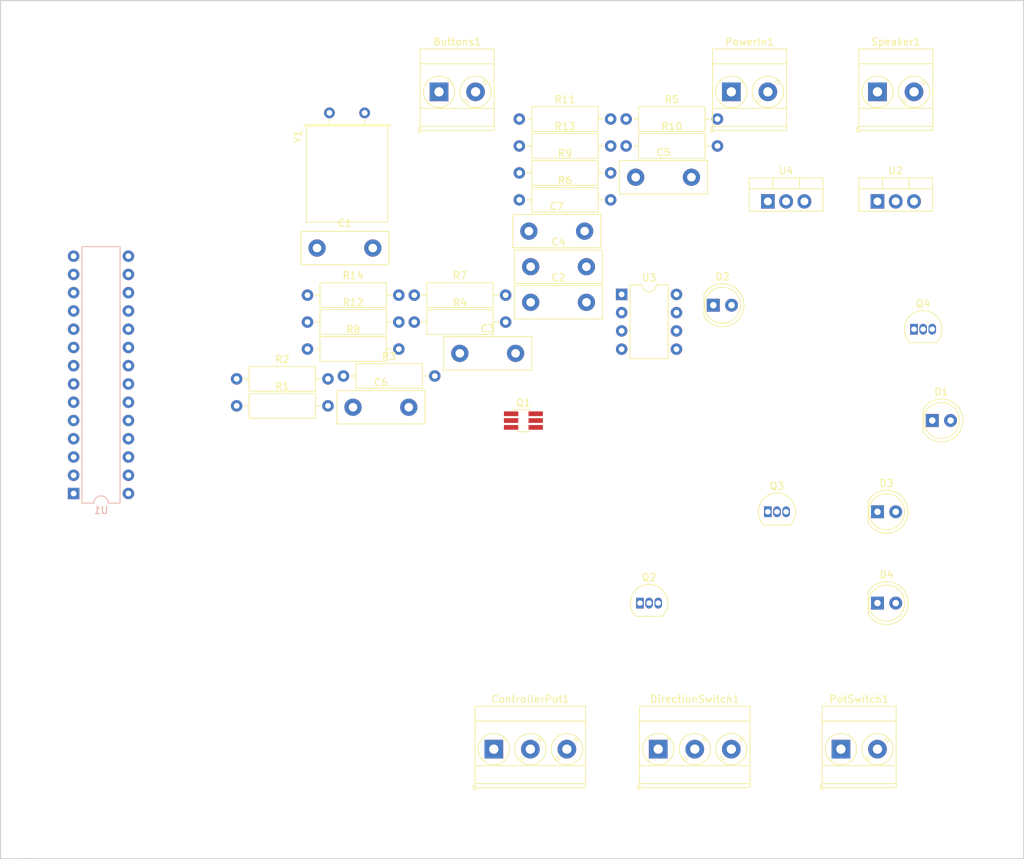
<source format=kicad_pcb>
(kicad_pcb (version 20171130) (host pcbnew 5.0.2+dfsg1-1)

  (general
    (thickness 1.6)
    (drawings 6)
    (tracks 0)
    (zones 0)
    (modules 40)
    (nets 47)
  )

  (page A4)
  (layers
    (0 F.Cu signal)
    (31 B.Cu signal)
    (32 B.Adhes user)
    (33 F.Adhes user)
    (34 B.Paste user)
    (35 F.Paste user)
    (36 B.SilkS user)
    (37 F.SilkS user)
    (38 B.Mask user)
    (39 F.Mask user)
    (40 Dwgs.User user)
    (41 Cmts.User user)
    (42 Eco1.User user)
    (43 Eco2.User user)
    (44 Edge.Cuts user)
    (45 Margin user)
    (46 B.CrtYd user)
    (47 F.CrtYd user)
    (48 B.Fab user)
    (49 F.Fab user)
  )

  (setup
    (last_trace_width 0.25)
    (trace_clearance 0.2)
    (zone_clearance 0.508)
    (zone_45_only no)
    (trace_min 0.2)
    (segment_width 0.2)
    (edge_width 0.15)
    (via_size 0.8)
    (via_drill 0.4)
    (via_min_size 0.4)
    (via_min_drill 0.3)
    (uvia_size 0.3)
    (uvia_drill 0.1)
    (uvias_allowed no)
    (uvia_min_size 0.2)
    (uvia_min_drill 0.1)
    (pcb_text_width 0.3)
    (pcb_text_size 1.5 1.5)
    (mod_edge_width 0.15)
    (mod_text_size 1 1)
    (mod_text_width 0.15)
    (pad_size 1.524 1.524)
    (pad_drill 0.762)
    (pad_to_mask_clearance 0.051)
    (solder_mask_min_width 0.25)
    (aux_axis_origin 0 0)
    (grid_origin 152.4 66.04)
    (visible_elements FFFFFF7F)
    (pcbplotparams
      (layerselection 0x010fc_ffffffff)
      (usegerberextensions false)
      (usegerberattributes false)
      (usegerberadvancedattributes false)
      (creategerberjobfile false)
      (excludeedgelayer true)
      (linewidth 0.100000)
      (plotframeref false)
      (viasonmask false)
      (mode 1)
      (useauxorigin false)
      (hpglpennumber 1)
      (hpglpenspeed 20)
      (hpglpendiameter 15.000000)
      (psnegative false)
      (psa4output false)
      (plotreference true)
      (plotvalue true)
      (plotinvisibletext false)
      (padsonsilk false)
      (subtractmaskfromsilk false)
      (outputformat 1)
      (mirror false)
      (drillshape 1)
      (scaleselection 1)
      (outputdirectory ""))
  )

  (net 0 "")
  (net 1 /Button2)
  (net 2 /Button1)
  (net 3 GND)
  (net 4 "Net-(C1-Pad1)")
  (net 5 "Net-(C2-Pad1)")
  (net 6 "Net-(C3-Pad2)")
  (net 7 /5V)
  (net 8 +15V)
  (net 9 "Net-(C7-Pad1)")
  (net 10 "Net-(C7-Pad2)")
  (net 11 "Net-(ControllerPot1-Pad1)")
  (net 12 "Net-(ControllerPot1-Pad2)")
  (net 13 "Net-(ControllerPot1-Pad3)")
  (net 14 "Net-(D1-Pad2)")
  (net 15 "Net-(D2-Pad2)")
  (net 16 "Net-(D3-Pad2)")
  (net 17 "Net-(D4-Pad2)")
  (net 18 "Net-(DirectionSwitch1-Pad3)")
  (net 19 "Net-(DirectionSwitch1-Pad1)")
  (net 20 "Net-(Q1-Pad1)")
  (net 21 /WinchEnable)
  (net 22 /WinchIn)
  (net 23 /WinchOut)
  (net 24 /Speaker)
  (net 25 "Net-(Q4-Pad3)")
  (net 26 "Net-(R3-Pad2)")
  (net 27 "Net-(R4-Pad2)")
  (net 28 "Net-(R5-Pad2)")
  (net 29 "Net-(R8-Pad2)")
  (net 30 "Net-(R9-Pad2)")
  (net 31 "Net-(R10-Pad2)")
  (net 32 "Net-(R11-Pad2)")
  (net 33 "Net-(R12-Pad2)")
  (net 34 "Net-(U1-Pad1)")
  (net 35 "Net-(U1-Pad15)")
  (net 36 "Net-(U1-Pad2)")
  (net 37 /Select)
  (net 38 "Net-(U1-Pad3)")
  (net 39 /MOSI)
  (net 40 "Net-(U1-Pad18)")
  (net 41 /SCK)
  (net 42 "Net-(U1-Pad20)")
  (net 43 "Net-(U1-Pad21)")
  (net 44 "Net-(U1-Pad27)")
  (net 45 "Net-(U1-Pad14)")
  (net 46 "Net-(U1-Pad28)")

  (net_class Default "This is the default net class."
    (clearance 0.2)
    (trace_width 0.25)
    (via_dia 0.8)
    (via_drill 0.4)
    (uvia_dia 0.3)
    (uvia_drill 0.1)
    (add_net +15V)
    (add_net /5V)
    (add_net /Button1)
    (add_net /Button2)
    (add_net /MOSI)
    (add_net /SCK)
    (add_net /Select)
    (add_net /Speaker)
    (add_net /WinchEnable)
    (add_net /WinchIn)
    (add_net /WinchOut)
    (add_net GND)
    (add_net "Net-(C1-Pad1)")
    (add_net "Net-(C2-Pad1)")
    (add_net "Net-(C3-Pad2)")
    (add_net "Net-(C7-Pad1)")
    (add_net "Net-(C7-Pad2)")
    (add_net "Net-(ControllerPot1-Pad1)")
    (add_net "Net-(ControllerPot1-Pad2)")
    (add_net "Net-(ControllerPot1-Pad3)")
    (add_net "Net-(D1-Pad2)")
    (add_net "Net-(D2-Pad2)")
    (add_net "Net-(D3-Pad2)")
    (add_net "Net-(D4-Pad2)")
    (add_net "Net-(DirectionSwitch1-Pad1)")
    (add_net "Net-(DirectionSwitch1-Pad3)")
    (add_net "Net-(Q1-Pad1)")
    (add_net "Net-(Q4-Pad3)")
    (add_net "Net-(R10-Pad2)")
    (add_net "Net-(R11-Pad2)")
    (add_net "Net-(R12-Pad2)")
    (add_net "Net-(R3-Pad2)")
    (add_net "Net-(R4-Pad2)")
    (add_net "Net-(R5-Pad2)")
    (add_net "Net-(R8-Pad2)")
    (add_net "Net-(R9-Pad2)")
    (add_net "Net-(U1-Pad1)")
    (add_net "Net-(U1-Pad14)")
    (add_net "Net-(U1-Pad15)")
    (add_net "Net-(U1-Pad18)")
    (add_net "Net-(U1-Pad2)")
    (add_net "Net-(U1-Pad20)")
    (add_net "Net-(U1-Pad21)")
    (add_net "Net-(U1-Pad27)")
    (add_net "Net-(U1-Pad28)")
    (add_net "Net-(U1-Pad3)")
  )

  (module TerminalBlock_Phoenix:TerminalBlock_Phoenix_MKDS-3-2-5.08_1x02_P5.08mm_Horizontal (layer F.Cu) (tedit 5B294F11) (tstamp 611CD8C5)
    (at 121.92 33.02)
    (descr "Terminal Block Phoenix MKDS-3-2-5.08, 2 pins, pitch 5.08mm, size 10.2x11.2mm^2, drill diamater 1.3mm, pad diameter 2.6mm, see http://www.farnell.com/datasheets/2138224.pdf, script-generated using https://github.com/pointhi/kicad-footprint-generator/scripts/TerminalBlock_Phoenix")
    (tags "THT Terminal Block Phoenix MKDS-3-2-5.08 pitch 5.08mm size 10.2x11.2mm^2 drill 1.3mm pad 2.6mm")
    (path /6109DC5E)
    (fp_text reference Buttons1 (at 2.54 -6.96) (layer F.SilkS)
      (effects (font (size 1 1) (thickness 0.15)))
    )
    (fp_text value Screw_Terminal_01x02 (at 2.54 6.36) (layer F.Fab)
      (effects (font (size 1 1) (thickness 0.15)))
    )
    (fp_text user %R (at 2.54 3.1) (layer F.Fab)
      (effects (font (size 1 1) (thickness 0.15)))
    )
    (fp_line (start 8.13 -6.4) (end -3.04 -6.4) (layer F.CrtYd) (width 0.05))
    (fp_line (start 8.13 5.8) (end 8.13 -6.4) (layer F.CrtYd) (width 0.05))
    (fp_line (start -3.04 5.8) (end 8.13 5.8) (layer F.CrtYd) (width 0.05))
    (fp_line (start -3.04 -6.4) (end -3.04 5.8) (layer F.CrtYd) (width 0.05))
    (fp_line (start -2.84 5.6) (end -2.34 5.6) (layer F.SilkS) (width 0.12))
    (fp_line (start -2.84 4.86) (end -2.84 5.6) (layer F.SilkS) (width 0.12))
    (fp_line (start 3.822 0.992) (end 3.427 1.388) (layer F.SilkS) (width 0.12))
    (fp_line (start 6.468 -1.654) (end 6.088 -1.274) (layer F.SilkS) (width 0.12))
    (fp_line (start 4.073 1.274) (end 3.693 1.654) (layer F.SilkS) (width 0.12))
    (fp_line (start 6.734 -1.388) (end 6.339 -0.992) (layer F.SilkS) (width 0.12))
    (fp_line (start 6.353 -1.517) (end 3.564 1.273) (layer F.Fab) (width 0.1))
    (fp_line (start 6.597 -1.273) (end 3.808 1.517) (layer F.Fab) (width 0.1))
    (fp_line (start -1.548 1.281) (end -1.654 1.388) (layer F.SilkS) (width 0.12))
    (fp_line (start 1.388 -1.654) (end 1.281 -1.547) (layer F.SilkS) (width 0.12))
    (fp_line (start -1.282 1.547) (end -1.388 1.654) (layer F.SilkS) (width 0.12))
    (fp_line (start 1.654 -1.388) (end 1.547 -1.281) (layer F.SilkS) (width 0.12))
    (fp_line (start 1.273 -1.517) (end -1.517 1.273) (layer F.Fab) (width 0.1))
    (fp_line (start 1.517 -1.273) (end -1.273 1.517) (layer F.Fab) (width 0.1))
    (fp_line (start 7.68 -5.96) (end 7.68 5.36) (layer F.SilkS) (width 0.12))
    (fp_line (start -2.6 -5.96) (end -2.6 5.36) (layer F.SilkS) (width 0.12))
    (fp_line (start -2.6 5.36) (end 7.68 5.36) (layer F.SilkS) (width 0.12))
    (fp_line (start -2.6 -5.96) (end 7.68 -5.96) (layer F.SilkS) (width 0.12))
    (fp_line (start -2.6 -3.9) (end 7.68 -3.9) (layer F.SilkS) (width 0.12))
    (fp_line (start -2.54 -3.9) (end 7.62 -3.9) (layer F.Fab) (width 0.1))
    (fp_line (start -2.6 2.3) (end 7.68 2.3) (layer F.SilkS) (width 0.12))
    (fp_line (start -2.54 2.3) (end 7.62 2.3) (layer F.Fab) (width 0.1))
    (fp_line (start -2.6 4.8) (end 7.68 4.8) (layer F.SilkS) (width 0.12))
    (fp_line (start -2.54 4.8) (end 7.62 4.8) (layer F.Fab) (width 0.1))
    (fp_line (start -2.54 4.8) (end -2.54 -5.9) (layer F.Fab) (width 0.1))
    (fp_line (start -2.04 5.3) (end -2.54 4.8) (layer F.Fab) (width 0.1))
    (fp_line (start 7.62 5.3) (end -2.04 5.3) (layer F.Fab) (width 0.1))
    (fp_line (start 7.62 -5.9) (end 7.62 5.3) (layer F.Fab) (width 0.1))
    (fp_line (start -2.54 -5.9) (end 7.62 -5.9) (layer F.Fab) (width 0.1))
    (fp_circle (center 5.08 0) (end 7.26 0) (layer F.SilkS) (width 0.12))
    (fp_circle (center 5.08 0) (end 7.08 0) (layer F.Fab) (width 0.1))
    (fp_circle (center 0 0) (end 2.18 0) (layer F.SilkS) (width 0.12))
    (fp_circle (center 0 0) (end 2 0) (layer F.Fab) (width 0.1))
    (pad 2 thru_hole circle (at 5.08 0) (size 2.6 2.6) (drill 1.3) (layers *.Cu *.Mask)
      (net 2 /Button1))
    (pad 1 thru_hole rect (at 0 0) (size 2.6 2.6) (drill 1.3) (layers *.Cu *.Mask)
      (net 1 /Button2))
    (model ${KISYS3DMOD}/TerminalBlock_Phoenix.3dshapes/TerminalBlock_Phoenix_MKDS-3-2-5.08_1x02_P5.08mm_Horizontal.wrl
      (at (xyz 0 0 0))
      (scale (xyz 1 1 1))
      (rotate (xyz 0 0 0))
    )
  )

  (module Capacitor_THT:C_Disc_D12.0mm_W4.4mm_P7.75mm (layer F.Cu) (tedit 5AE50EF0) (tstamp 611CD7F2)
    (at 104.965001 54.750001)
    (descr "C, Disc series, Radial, pin pitch=7.75mm, , diameter*width=12*4.4mm^2, Capacitor")
    (tags "C Disc series Radial pin pitch 7.75mm  diameter 12mm width 4.4mm Capacitor")
    (path /610B1BD5)
    (fp_text reference C1 (at 3.875 -3.45) (layer F.SilkS)
      (effects (font (size 1 1) (thickness 0.15)))
    )
    (fp_text value C_Small (at 3.875 3.45) (layer F.Fab)
      (effects (font (size 1 1) (thickness 0.15)))
    )
    (fp_line (start -2.125 -2.2) (end -2.125 2.2) (layer F.Fab) (width 0.1))
    (fp_line (start -2.125 2.2) (end 9.875 2.2) (layer F.Fab) (width 0.1))
    (fp_line (start 9.875 2.2) (end 9.875 -2.2) (layer F.Fab) (width 0.1))
    (fp_line (start 9.875 -2.2) (end -2.125 -2.2) (layer F.Fab) (width 0.1))
    (fp_line (start -2.245 -2.321) (end 9.995 -2.321) (layer F.SilkS) (width 0.12))
    (fp_line (start -2.245 2.321) (end 9.995 2.321) (layer F.SilkS) (width 0.12))
    (fp_line (start -2.245 -2.321) (end -2.245 2.321) (layer F.SilkS) (width 0.12))
    (fp_line (start 9.995 -2.321) (end 9.995 2.321) (layer F.SilkS) (width 0.12))
    (fp_line (start -2.38 -2.45) (end -2.38 2.45) (layer F.CrtYd) (width 0.05))
    (fp_line (start -2.38 2.45) (end 10.13 2.45) (layer F.CrtYd) (width 0.05))
    (fp_line (start 10.13 2.45) (end 10.13 -2.45) (layer F.CrtYd) (width 0.05))
    (fp_line (start 10.13 -2.45) (end -2.38 -2.45) (layer F.CrtYd) (width 0.05))
    (fp_text user %R (at 3.875 0) (layer F.Fab)
      (effects (font (size 1 1) (thickness 0.15)))
    )
    (pad 1 thru_hole circle (at 0 0) (size 2.4 2.4) (drill 1.2) (layers *.Cu *.Mask)
      (net 4 "Net-(C1-Pad1)"))
    (pad 2 thru_hole circle (at 7.75 0) (size 2.4 2.4) (drill 1.2) (layers *.Cu *.Mask)
      (net 3 GND))
    (model ${KISYS3DMOD}/Capacitor_THT.3dshapes/C_Disc_D12.0mm_W4.4mm_P7.75mm.wrl
      (at (xyz 0 0 0))
      (scale (xyz 1 1 1))
      (rotate (xyz 0 0 0))
    )
  )

  (module Capacitor_THT:C_Disc_D12.0mm_W4.4mm_P7.75mm (layer F.Cu) (tedit 5AE50EF0) (tstamp 611CD186)
    (at 134.665001 62.300001)
    (descr "C, Disc series, Radial, pin pitch=7.75mm, , diameter*width=12*4.4mm^2, Capacitor")
    (tags "C Disc series Radial pin pitch 7.75mm  diameter 12mm width 4.4mm Capacitor")
    (path /610B1B45)
    (fp_text reference C2 (at 3.875 -3.45) (layer F.SilkS)
      (effects (font (size 1 1) (thickness 0.15)))
    )
    (fp_text value C_Small (at 3.875 3.45) (layer F.Fab)
      (effects (font (size 1 1) (thickness 0.15)))
    )
    (fp_line (start -2.125 -2.2) (end -2.125 2.2) (layer F.Fab) (width 0.1))
    (fp_line (start -2.125 2.2) (end 9.875 2.2) (layer F.Fab) (width 0.1))
    (fp_line (start 9.875 2.2) (end 9.875 -2.2) (layer F.Fab) (width 0.1))
    (fp_line (start 9.875 -2.2) (end -2.125 -2.2) (layer F.Fab) (width 0.1))
    (fp_line (start -2.245 -2.321) (end 9.995 -2.321) (layer F.SilkS) (width 0.12))
    (fp_line (start -2.245 2.321) (end 9.995 2.321) (layer F.SilkS) (width 0.12))
    (fp_line (start -2.245 -2.321) (end -2.245 2.321) (layer F.SilkS) (width 0.12))
    (fp_line (start 9.995 -2.321) (end 9.995 2.321) (layer F.SilkS) (width 0.12))
    (fp_line (start -2.38 -2.45) (end -2.38 2.45) (layer F.CrtYd) (width 0.05))
    (fp_line (start -2.38 2.45) (end 10.13 2.45) (layer F.CrtYd) (width 0.05))
    (fp_line (start 10.13 2.45) (end 10.13 -2.45) (layer F.CrtYd) (width 0.05))
    (fp_line (start 10.13 -2.45) (end -2.38 -2.45) (layer F.CrtYd) (width 0.05))
    (fp_text user %R (at 3.875 0) (layer F.Fab)
      (effects (font (size 1 1) (thickness 0.15)))
    )
    (pad 1 thru_hole circle (at 0 0) (size 2.4 2.4) (drill 1.2) (layers *.Cu *.Mask)
      (net 5 "Net-(C2-Pad1)"))
    (pad 2 thru_hole circle (at 7.75 0) (size 2.4 2.4) (drill 1.2) (layers *.Cu *.Mask)
      (net 3 GND))
    (model ${KISYS3DMOD}/Capacitor_THT.3dshapes/C_Disc_D12.0mm_W4.4mm_P7.75mm.wrl
      (at (xyz 0 0 0))
      (scale (xyz 1 1 1))
      (rotate (xyz 0 0 0))
    )
  )

  (module Capacitor_THT:C_Disc_D12.0mm_W4.4mm_P7.75mm (layer F.Cu) (tedit 5AE50EF0) (tstamp 611CD5FA)
    (at 124.815001 69.400001)
    (descr "C, Disc series, Radial, pin pitch=7.75mm, , diameter*width=12*4.4mm^2, Capacitor")
    (tags "C Disc series Radial pin pitch 7.75mm  diameter 12mm width 4.4mm Capacitor")
    (path /611D3737)
    (fp_text reference C3 (at 3.875 -3.45) (layer F.SilkS)
      (effects (font (size 1 1) (thickness 0.15)))
    )
    (fp_text value C_Small (at 3.875 3.45) (layer F.Fab)
      (effects (font (size 1 1) (thickness 0.15)))
    )
    (fp_text user %R (at 3.875 0) (layer F.Fab)
      (effects (font (size 1 1) (thickness 0.15)))
    )
    (fp_line (start 10.13 -2.45) (end -2.38 -2.45) (layer F.CrtYd) (width 0.05))
    (fp_line (start 10.13 2.45) (end 10.13 -2.45) (layer F.CrtYd) (width 0.05))
    (fp_line (start -2.38 2.45) (end 10.13 2.45) (layer F.CrtYd) (width 0.05))
    (fp_line (start -2.38 -2.45) (end -2.38 2.45) (layer F.CrtYd) (width 0.05))
    (fp_line (start 9.995 -2.321) (end 9.995 2.321) (layer F.SilkS) (width 0.12))
    (fp_line (start -2.245 -2.321) (end -2.245 2.321) (layer F.SilkS) (width 0.12))
    (fp_line (start -2.245 2.321) (end 9.995 2.321) (layer F.SilkS) (width 0.12))
    (fp_line (start -2.245 -2.321) (end 9.995 -2.321) (layer F.SilkS) (width 0.12))
    (fp_line (start 9.875 -2.2) (end -2.125 -2.2) (layer F.Fab) (width 0.1))
    (fp_line (start 9.875 2.2) (end 9.875 -2.2) (layer F.Fab) (width 0.1))
    (fp_line (start -2.125 2.2) (end 9.875 2.2) (layer F.Fab) (width 0.1))
    (fp_line (start -2.125 -2.2) (end -2.125 2.2) (layer F.Fab) (width 0.1))
    (pad 2 thru_hole circle (at 7.75 0) (size 2.4 2.4) (drill 1.2) (layers *.Cu *.Mask)
      (net 6 "Net-(C3-Pad2)"))
    (pad 1 thru_hole circle (at 0 0) (size 2.4 2.4) (drill 1.2) (layers *.Cu *.Mask)
      (net 3 GND))
    (model ${KISYS3DMOD}/Capacitor_THT.3dshapes/C_Disc_D12.0mm_W4.4mm_P7.75mm.wrl
      (at (xyz 0 0 0))
      (scale (xyz 1 1 1))
      (rotate (xyz 0 0 0))
    )
  )

  (module Capacitor_THT:C_Disc_D12.0mm_W4.4mm_P7.75mm (layer F.Cu) (tedit 5AE50EF0) (tstamp 611CD582)
    (at 134.665001 57.350001)
    (descr "C, Disc series, Radial, pin pitch=7.75mm, , diameter*width=12*4.4mm^2, Capacitor")
    (tags "C Disc series Radial pin pitch 7.75mm  diameter 12mm width 4.4mm Capacitor")
    (path /611D37CE)
    (fp_text reference C4 (at 3.875 -3.45) (layer F.SilkS)
      (effects (font (size 1 1) (thickness 0.15)))
    )
    (fp_text value C_Small (at 3.875 3.45) (layer F.Fab)
      (effects (font (size 1 1) (thickness 0.15)))
    )
    (fp_line (start -2.125 -2.2) (end -2.125 2.2) (layer F.Fab) (width 0.1))
    (fp_line (start -2.125 2.2) (end 9.875 2.2) (layer F.Fab) (width 0.1))
    (fp_line (start 9.875 2.2) (end 9.875 -2.2) (layer F.Fab) (width 0.1))
    (fp_line (start 9.875 -2.2) (end -2.125 -2.2) (layer F.Fab) (width 0.1))
    (fp_line (start -2.245 -2.321) (end 9.995 -2.321) (layer F.SilkS) (width 0.12))
    (fp_line (start -2.245 2.321) (end 9.995 2.321) (layer F.SilkS) (width 0.12))
    (fp_line (start -2.245 -2.321) (end -2.245 2.321) (layer F.SilkS) (width 0.12))
    (fp_line (start 9.995 -2.321) (end 9.995 2.321) (layer F.SilkS) (width 0.12))
    (fp_line (start -2.38 -2.45) (end -2.38 2.45) (layer F.CrtYd) (width 0.05))
    (fp_line (start -2.38 2.45) (end 10.13 2.45) (layer F.CrtYd) (width 0.05))
    (fp_line (start 10.13 2.45) (end 10.13 -2.45) (layer F.CrtYd) (width 0.05))
    (fp_line (start 10.13 -2.45) (end -2.38 -2.45) (layer F.CrtYd) (width 0.05))
    (fp_text user %R (at 3.875 0) (layer F.Fab)
      (effects (font (size 1 1) (thickness 0.15)))
    )
    (pad 1 thru_hole circle (at 0 0) (size 2.4 2.4) (drill 1.2) (layers *.Cu *.Mask)
      (net 3 GND))
    (pad 2 thru_hole circle (at 7.75 0) (size 2.4 2.4) (drill 1.2) (layers *.Cu *.Mask)
      (net 7 /5V))
    (model ${KISYS3DMOD}/Capacitor_THT.3dshapes/C_Disc_D12.0mm_W4.4mm_P7.75mm.wrl
      (at (xyz 0 0 0))
      (scale (xyz 1 1 1))
      (rotate (xyz 0 0 0))
    )
  )

  (module Capacitor_THT:C_Disc_D12.0mm_W4.4mm_P7.75mm (layer F.Cu) (tedit 5AE50EF0) (tstamp 611CCFCA)
    (at 149.265001 44.900001)
    (descr "C, Disc series, Radial, pin pitch=7.75mm, , diameter*width=12*4.4mm^2, Capacitor")
    (tags "C Disc series Radial pin pitch 7.75mm  diameter 12mm width 4.4mm Capacitor")
    (path /612CD5C6)
    (fp_text reference C5 (at 3.875 -3.45) (layer F.SilkS)
      (effects (font (size 1 1) (thickness 0.15)))
    )
    (fp_text value C_Small (at 3.875 3.45) (layer F.Fab)
      (effects (font (size 1 1) (thickness 0.15)))
    )
    (fp_text user %R (at 3.875 0) (layer F.Fab)
      (effects (font (size 1 1) (thickness 0.15)))
    )
    (fp_line (start 10.13 -2.45) (end -2.38 -2.45) (layer F.CrtYd) (width 0.05))
    (fp_line (start 10.13 2.45) (end 10.13 -2.45) (layer F.CrtYd) (width 0.05))
    (fp_line (start -2.38 2.45) (end 10.13 2.45) (layer F.CrtYd) (width 0.05))
    (fp_line (start -2.38 -2.45) (end -2.38 2.45) (layer F.CrtYd) (width 0.05))
    (fp_line (start 9.995 -2.321) (end 9.995 2.321) (layer F.SilkS) (width 0.12))
    (fp_line (start -2.245 -2.321) (end -2.245 2.321) (layer F.SilkS) (width 0.12))
    (fp_line (start -2.245 2.321) (end 9.995 2.321) (layer F.SilkS) (width 0.12))
    (fp_line (start -2.245 -2.321) (end 9.995 -2.321) (layer F.SilkS) (width 0.12))
    (fp_line (start 9.875 -2.2) (end -2.125 -2.2) (layer F.Fab) (width 0.1))
    (fp_line (start 9.875 2.2) (end 9.875 -2.2) (layer F.Fab) (width 0.1))
    (fp_line (start -2.125 2.2) (end 9.875 2.2) (layer F.Fab) (width 0.1))
    (fp_line (start -2.125 -2.2) (end -2.125 2.2) (layer F.Fab) (width 0.1))
    (pad 2 thru_hole circle (at 7.75 0) (size 2.4 2.4) (drill 1.2) (layers *.Cu *.Mask)
      (net 3 GND))
    (pad 1 thru_hole circle (at 0 0) (size 2.4 2.4) (drill 1.2) (layers *.Cu *.Mask)
      (net 8 +15V))
    (model ${KISYS3DMOD}/Capacitor_THT.3dshapes/C_Disc_D12.0mm_W4.4mm_P7.75mm.wrl
      (at (xyz 0 0 0))
      (scale (xyz 1 1 1))
      (rotate (xyz 0 0 0))
    )
  )

  (module Capacitor_THT:C_Disc_D12.0mm_W4.4mm_P7.75mm (layer F.Cu) (tedit 5AE50EF0) (tstamp 611CD23D)
    (at 109.965001 76.900001)
    (descr "C, Disc series, Radial, pin pitch=7.75mm, , diameter*width=12*4.4mm^2, Capacitor")
    (tags "C Disc series Radial pin pitch 7.75mm  diameter 12mm width 4.4mm Capacitor")
    (path /612CD542)
    (fp_text reference C6 (at 3.875 -3.45) (layer F.SilkS)
      (effects (font (size 1 1) (thickness 0.15)))
    )
    (fp_text value C_Small (at 3.875 3.45) (layer F.Fab)
      (effects (font (size 1 1) (thickness 0.15)))
    )
    (fp_text user %R (at 3.875 0) (layer F.Fab)
      (effects (font (size 1 1) (thickness 0.15)))
    )
    (fp_line (start 10.13 -2.45) (end -2.38 -2.45) (layer F.CrtYd) (width 0.05))
    (fp_line (start 10.13 2.45) (end 10.13 -2.45) (layer F.CrtYd) (width 0.05))
    (fp_line (start -2.38 2.45) (end 10.13 2.45) (layer F.CrtYd) (width 0.05))
    (fp_line (start -2.38 -2.45) (end -2.38 2.45) (layer F.CrtYd) (width 0.05))
    (fp_line (start 9.995 -2.321) (end 9.995 2.321) (layer F.SilkS) (width 0.12))
    (fp_line (start -2.245 -2.321) (end -2.245 2.321) (layer F.SilkS) (width 0.12))
    (fp_line (start -2.245 2.321) (end 9.995 2.321) (layer F.SilkS) (width 0.12))
    (fp_line (start -2.245 -2.321) (end 9.995 -2.321) (layer F.SilkS) (width 0.12))
    (fp_line (start 9.875 -2.2) (end -2.125 -2.2) (layer F.Fab) (width 0.1))
    (fp_line (start 9.875 2.2) (end 9.875 -2.2) (layer F.Fab) (width 0.1))
    (fp_line (start -2.125 2.2) (end 9.875 2.2) (layer F.Fab) (width 0.1))
    (fp_line (start -2.125 -2.2) (end -2.125 2.2) (layer F.Fab) (width 0.1))
    (pad 2 thru_hole circle (at 7.75 0) (size 2.4 2.4) (drill 1.2) (layers *.Cu *.Mask)
      (net 3 GND))
    (pad 1 thru_hole circle (at 0 0) (size 2.4 2.4) (drill 1.2) (layers *.Cu *.Mask)
      (net 6 "Net-(C3-Pad2)"))
    (model ${KISYS3DMOD}/Capacitor_THT.3dshapes/C_Disc_D12.0mm_W4.4mm_P7.75mm.wrl
      (at (xyz 0 0 0))
      (scale (xyz 1 1 1))
      (rotate (xyz 0 0 0))
    )
  )

  (module Capacitor_THT:C_Disc_D12.0mm_W4.4mm_P7.75mm (layer F.Cu) (tedit 5AE50EF0) (tstamp 611CCE6E)
    (at 134.415001 52.400001)
    (descr "C, Disc series, Radial, pin pitch=7.75mm, , diameter*width=12*4.4mm^2, Capacitor")
    (tags "C Disc series Radial pin pitch 7.75mm  diameter 12mm width 4.4mm Capacitor")
    (path /61222C84)
    (fp_text reference C7 (at 3.875 -3.45) (layer F.SilkS)
      (effects (font (size 1 1) (thickness 0.15)))
    )
    (fp_text value C_Small (at 3.875 3.45) (layer F.Fab)
      (effects (font (size 1 1) (thickness 0.15)))
    )
    (fp_text user %R (at 3.875 0) (layer F.Fab)
      (effects (font (size 1 1) (thickness 0.15)))
    )
    (fp_line (start 10.13 -2.45) (end -2.38 -2.45) (layer F.CrtYd) (width 0.05))
    (fp_line (start 10.13 2.45) (end 10.13 -2.45) (layer F.CrtYd) (width 0.05))
    (fp_line (start -2.38 2.45) (end 10.13 2.45) (layer F.CrtYd) (width 0.05))
    (fp_line (start -2.38 -2.45) (end -2.38 2.45) (layer F.CrtYd) (width 0.05))
    (fp_line (start 9.995 -2.321) (end 9.995 2.321) (layer F.SilkS) (width 0.12))
    (fp_line (start -2.245 -2.321) (end -2.245 2.321) (layer F.SilkS) (width 0.12))
    (fp_line (start -2.245 2.321) (end 9.995 2.321) (layer F.SilkS) (width 0.12))
    (fp_line (start -2.245 -2.321) (end 9.995 -2.321) (layer F.SilkS) (width 0.12))
    (fp_line (start 9.875 -2.2) (end -2.125 -2.2) (layer F.Fab) (width 0.1))
    (fp_line (start 9.875 2.2) (end 9.875 -2.2) (layer F.Fab) (width 0.1))
    (fp_line (start -2.125 2.2) (end 9.875 2.2) (layer F.Fab) (width 0.1))
    (fp_line (start -2.125 -2.2) (end -2.125 2.2) (layer F.Fab) (width 0.1))
    (pad 2 thru_hole circle (at 7.75 0) (size 2.4 2.4) (drill 1.2) (layers *.Cu *.Mask)
      (net 10 "Net-(C7-Pad2)"))
    (pad 1 thru_hole circle (at 0 0) (size 2.4 2.4) (drill 1.2) (layers *.Cu *.Mask)
      (net 9 "Net-(C7-Pad1)"))
    (model ${KISYS3DMOD}/Capacitor_THT.3dshapes/C_Disc_D12.0mm_W4.4mm_P7.75mm.wrl
      (at (xyz 0 0 0))
      (scale (xyz 1 1 1))
      (rotate (xyz 0 0 0))
    )
  )

  (module TerminalBlock_Phoenix:TerminalBlock_Phoenix_MKDS-3-3-5.08_1x03_P5.08mm_Horizontal (layer F.Cu) (tedit 5B294F11) (tstamp 611CD2C8)
    (at 129.54 124.46)
    (descr "Terminal Block Phoenix MKDS-3-3-5.08, 3 pins, pitch 5.08mm, size 15.2x11.2mm^2, drill diamater 1.3mm, pad diameter 2.6mm, see http://www.farnell.com/datasheets/2138224.pdf, script-generated using https://github.com/pointhi/kicad-footprint-generator/scripts/TerminalBlock_Phoenix")
    (tags "THT Terminal Block Phoenix MKDS-3-3-5.08 pitch 5.08mm size 15.2x11.2mm^2 drill 1.3mm pad 2.6mm")
    (path /61099F36)
    (fp_text reference ControllerPot1 (at 5.08 -6.96) (layer F.SilkS)
      (effects (font (size 1 1) (thickness 0.15)))
    )
    (fp_text value Screw_Terminal_01x03 (at 5.08 6.36) (layer F.Fab)
      (effects (font (size 1 1) (thickness 0.15)))
    )
    (fp_text user %R (at 5.08 3.1) (layer F.Fab)
      (effects (font (size 1 1) (thickness 0.15)))
    )
    (fp_line (start 13.21 -6.4) (end -3.04 -6.4) (layer F.CrtYd) (width 0.05))
    (fp_line (start 13.21 5.8) (end 13.21 -6.4) (layer F.CrtYd) (width 0.05))
    (fp_line (start -3.04 5.8) (end 13.21 5.8) (layer F.CrtYd) (width 0.05))
    (fp_line (start -3.04 -6.4) (end -3.04 5.8) (layer F.CrtYd) (width 0.05))
    (fp_line (start -2.84 5.6) (end -2.34 5.6) (layer F.SilkS) (width 0.12))
    (fp_line (start -2.84 4.86) (end -2.84 5.6) (layer F.SilkS) (width 0.12))
    (fp_line (start 8.902 0.992) (end 8.507 1.388) (layer F.SilkS) (width 0.12))
    (fp_line (start 11.548 -1.654) (end 11.168 -1.274) (layer F.SilkS) (width 0.12))
    (fp_line (start 9.153 1.274) (end 8.773 1.654) (layer F.SilkS) (width 0.12))
    (fp_line (start 11.814 -1.388) (end 11.419 -0.992) (layer F.SilkS) (width 0.12))
    (fp_line (start 11.433 -1.517) (end 8.644 1.273) (layer F.Fab) (width 0.1))
    (fp_line (start 11.677 -1.273) (end 8.888 1.517) (layer F.Fab) (width 0.1))
    (fp_line (start 3.822 0.992) (end 3.427 1.388) (layer F.SilkS) (width 0.12))
    (fp_line (start 6.468 -1.654) (end 6.088 -1.274) (layer F.SilkS) (width 0.12))
    (fp_line (start 4.073 1.274) (end 3.693 1.654) (layer F.SilkS) (width 0.12))
    (fp_line (start 6.734 -1.388) (end 6.339 -0.992) (layer F.SilkS) (width 0.12))
    (fp_line (start 6.353 -1.517) (end 3.564 1.273) (layer F.Fab) (width 0.1))
    (fp_line (start 6.597 -1.273) (end 3.808 1.517) (layer F.Fab) (width 0.1))
    (fp_line (start -1.548 1.281) (end -1.654 1.388) (layer F.SilkS) (width 0.12))
    (fp_line (start 1.388 -1.654) (end 1.281 -1.547) (layer F.SilkS) (width 0.12))
    (fp_line (start -1.282 1.547) (end -1.388 1.654) (layer F.SilkS) (width 0.12))
    (fp_line (start 1.654 -1.388) (end 1.547 -1.281) (layer F.SilkS) (width 0.12))
    (fp_line (start 1.273 -1.517) (end -1.517 1.273) (layer F.Fab) (width 0.1))
    (fp_line (start 1.517 -1.273) (end -1.273 1.517) (layer F.Fab) (width 0.1))
    (fp_line (start 12.76 -5.96) (end 12.76 5.36) (layer F.SilkS) (width 0.12))
    (fp_line (start -2.6 -5.96) (end -2.6 5.36) (layer F.SilkS) (width 0.12))
    (fp_line (start -2.6 5.36) (end 12.76 5.36) (layer F.SilkS) (width 0.12))
    (fp_line (start -2.6 -5.96) (end 12.76 -5.96) (layer F.SilkS) (width 0.12))
    (fp_line (start -2.6 -3.9) (end 12.76 -3.9) (layer F.SilkS) (width 0.12))
    (fp_line (start -2.54 -3.9) (end 12.7 -3.9) (layer F.Fab) (width 0.1))
    (fp_line (start -2.6 2.3) (end 12.76 2.3) (layer F.SilkS) (width 0.12))
    (fp_line (start -2.54 2.3) (end 12.7 2.3) (layer F.Fab) (width 0.1))
    (fp_line (start -2.6 4.8) (end 12.76 4.8) (layer F.SilkS) (width 0.12))
    (fp_line (start -2.54 4.8) (end 12.7 4.8) (layer F.Fab) (width 0.1))
    (fp_line (start -2.54 4.8) (end -2.54 -5.9) (layer F.Fab) (width 0.1))
    (fp_line (start -2.04 5.3) (end -2.54 4.8) (layer F.Fab) (width 0.1))
    (fp_line (start 12.7 5.3) (end -2.04 5.3) (layer F.Fab) (width 0.1))
    (fp_line (start 12.7 -5.9) (end 12.7 5.3) (layer F.Fab) (width 0.1))
    (fp_line (start -2.54 -5.9) (end 12.7 -5.9) (layer F.Fab) (width 0.1))
    (fp_circle (center 10.16 0) (end 12.34 0) (layer F.SilkS) (width 0.12))
    (fp_circle (center 10.16 0) (end 12.16 0) (layer F.Fab) (width 0.1))
    (fp_circle (center 5.08 0) (end 7.26 0) (layer F.SilkS) (width 0.12))
    (fp_circle (center 5.08 0) (end 7.08 0) (layer F.Fab) (width 0.1))
    (fp_circle (center 0 0) (end 2.18 0) (layer F.SilkS) (width 0.12))
    (fp_circle (center 0 0) (end 2 0) (layer F.Fab) (width 0.1))
    (pad 3 thru_hole circle (at 10.16 0) (size 2.6 2.6) (drill 1.3) (layers *.Cu *.Mask)
      (net 13 "Net-(ControllerPot1-Pad3)"))
    (pad 2 thru_hole circle (at 5.08 0) (size 2.6 2.6) (drill 1.3) (layers *.Cu *.Mask)
      (net 12 "Net-(ControllerPot1-Pad2)"))
    (pad 1 thru_hole rect (at 0 0) (size 2.6 2.6) (drill 1.3) (layers *.Cu *.Mask)
      (net 11 "Net-(ControllerPot1-Pad1)"))
    (model ${KISYS3DMOD}/TerminalBlock_Phoenix.3dshapes/TerminalBlock_Phoenix_MKDS-3-3-5.08_1x03_P5.08mm_Horizontal.wrl
      (at (xyz 0 0 0))
      (scale (xyz 1 1 1))
      (rotate (xyz 0 0 0))
    )
  )

  (module LED_THT:LED_D5.0mm (layer F.Cu) (tedit 5995936A) (tstamp 611CD0CE)
    (at 190.5 78.74)
    (descr "LED, diameter 5.0mm, 2 pins, http://cdn-reichelt.de/documents/datenblatt/A500/LL-504BC2E-009.pdf")
    (tags "LED diameter 5.0mm 2 pins")
    (path /61120F9D)
    (fp_text reference D1 (at 1.27 -3.96) (layer F.SilkS)
      (effects (font (size 1 1) (thickness 0.15)))
    )
    (fp_text value LED_Small (at 1.27 3.96) (layer F.Fab)
      (effects (font (size 1 1) (thickness 0.15)))
    )
    (fp_text user %R (at 1.25 0) (layer F.Fab)
      (effects (font (size 0.8 0.8) (thickness 0.2)))
    )
    (fp_line (start 4.5 -3.25) (end -1.95 -3.25) (layer F.CrtYd) (width 0.05))
    (fp_line (start 4.5 3.25) (end 4.5 -3.25) (layer F.CrtYd) (width 0.05))
    (fp_line (start -1.95 3.25) (end 4.5 3.25) (layer F.CrtYd) (width 0.05))
    (fp_line (start -1.95 -3.25) (end -1.95 3.25) (layer F.CrtYd) (width 0.05))
    (fp_line (start -1.29 -1.545) (end -1.29 1.545) (layer F.SilkS) (width 0.12))
    (fp_line (start -1.23 -1.469694) (end -1.23 1.469694) (layer F.Fab) (width 0.1))
    (fp_circle (center 1.27 0) (end 3.77 0) (layer F.SilkS) (width 0.12))
    (fp_circle (center 1.27 0) (end 3.77 0) (layer F.Fab) (width 0.1))
    (fp_arc (start 1.27 0) (end -1.29 1.54483) (angle -148.9) (layer F.SilkS) (width 0.12))
    (fp_arc (start 1.27 0) (end -1.29 -1.54483) (angle 148.9) (layer F.SilkS) (width 0.12))
    (fp_arc (start 1.27 0) (end -1.23 -1.469694) (angle 299.1) (layer F.Fab) (width 0.1))
    (pad 2 thru_hole circle (at 2.54 0) (size 1.8 1.8) (drill 0.9) (layers *.Cu *.Mask)
      (net 14 "Net-(D1-Pad2)"))
    (pad 1 thru_hole rect (at 0 0) (size 1.8 1.8) (drill 0.9) (layers *.Cu *.Mask)
      (net 3 GND))
    (model ${KISYS3DMOD}/LED_THT.3dshapes/LED_D5.0mm.wrl
      (at (xyz 0 0 0))
      (scale (xyz 1 1 1))
      (rotate (xyz 0 0 0))
    )
  )

  (module LED_THT:LED_D5.0mm (layer F.Cu) (tedit 5995936A) (tstamp 611CCEA3)
    (at 160.055001 62.700001)
    (descr "LED, diameter 5.0mm, 2 pins, http://cdn-reichelt.de/documents/datenblatt/A500/LL-504BC2E-009.pdf")
    (tags "LED diameter 5.0mm 2 pins")
    (path /61124EF1)
    (fp_text reference D2 (at 1.27 -3.96) (layer F.SilkS)
      (effects (font (size 1 1) (thickness 0.15)))
    )
    (fp_text value Operating (at 1.27 3.96) (layer F.Fab)
      (effects (font (size 1 1) (thickness 0.15)))
    )
    (fp_arc (start 1.27 0) (end -1.23 -1.469694) (angle 299.1) (layer F.Fab) (width 0.1))
    (fp_arc (start 1.27 0) (end -1.29 -1.54483) (angle 148.9) (layer F.SilkS) (width 0.12))
    (fp_arc (start 1.27 0) (end -1.29 1.54483) (angle -148.9) (layer F.SilkS) (width 0.12))
    (fp_circle (center 1.27 0) (end 3.77 0) (layer F.Fab) (width 0.1))
    (fp_circle (center 1.27 0) (end 3.77 0) (layer F.SilkS) (width 0.12))
    (fp_line (start -1.23 -1.469694) (end -1.23 1.469694) (layer F.Fab) (width 0.1))
    (fp_line (start -1.29 -1.545) (end -1.29 1.545) (layer F.SilkS) (width 0.12))
    (fp_line (start -1.95 -3.25) (end -1.95 3.25) (layer F.CrtYd) (width 0.05))
    (fp_line (start -1.95 3.25) (end 4.5 3.25) (layer F.CrtYd) (width 0.05))
    (fp_line (start 4.5 3.25) (end 4.5 -3.25) (layer F.CrtYd) (width 0.05))
    (fp_line (start 4.5 -3.25) (end -1.95 -3.25) (layer F.CrtYd) (width 0.05))
    (fp_text user %R (at 1.25 0) (layer F.Fab)
      (effects (font (size 0.8 0.8) (thickness 0.2)))
    )
    (pad 1 thru_hole rect (at 0 0) (size 1.8 1.8) (drill 0.9) (layers *.Cu *.Mask)
      (net 3 GND))
    (pad 2 thru_hole circle (at 2.54 0) (size 1.8 1.8) (drill 0.9) (layers *.Cu *.Mask)
      (net 15 "Net-(D2-Pad2)"))
    (model ${KISYS3DMOD}/LED_THT.3dshapes/LED_D5.0mm.wrl
      (at (xyz 0 0 0))
      (scale (xyz 1 1 1))
      (rotate (xyz 0 0 0))
    )
  )

  (module LED_THT:LED_D5.0mm (layer F.Cu) (tedit 5995936A) (tstamp 611CD272)
    (at 182.88 91.44)
    (descr "LED, diameter 5.0mm, 2 pins, http://cdn-reichelt.de/documents/datenblatt/A500/LL-504BC2E-009.pdf")
    (tags "LED diameter 5.0mm 2 pins")
    (path /61125026)
    (fp_text reference D3 (at 1.27 -3.96) (layer F.SilkS)
      (effects (font (size 1 1) (thickness 0.15)))
    )
    (fp_text value Wind_out (at 1.27 3.96) (layer F.Fab)
      (effects (font (size 1 1) (thickness 0.15)))
    )
    (fp_text user %R (at 1.25 0) (layer F.Fab)
      (effects (font (size 0.8 0.8) (thickness 0.2)))
    )
    (fp_line (start 4.5 -3.25) (end -1.95 -3.25) (layer F.CrtYd) (width 0.05))
    (fp_line (start 4.5 3.25) (end 4.5 -3.25) (layer F.CrtYd) (width 0.05))
    (fp_line (start -1.95 3.25) (end 4.5 3.25) (layer F.CrtYd) (width 0.05))
    (fp_line (start -1.95 -3.25) (end -1.95 3.25) (layer F.CrtYd) (width 0.05))
    (fp_line (start -1.29 -1.545) (end -1.29 1.545) (layer F.SilkS) (width 0.12))
    (fp_line (start -1.23 -1.469694) (end -1.23 1.469694) (layer F.Fab) (width 0.1))
    (fp_circle (center 1.27 0) (end 3.77 0) (layer F.SilkS) (width 0.12))
    (fp_circle (center 1.27 0) (end 3.77 0) (layer F.Fab) (width 0.1))
    (fp_arc (start 1.27 0) (end -1.29 1.54483) (angle -148.9) (layer F.SilkS) (width 0.12))
    (fp_arc (start 1.27 0) (end -1.29 -1.54483) (angle 148.9) (layer F.SilkS) (width 0.12))
    (fp_arc (start 1.27 0) (end -1.23 -1.469694) (angle 299.1) (layer F.Fab) (width 0.1))
    (pad 2 thru_hole circle (at 2.54 0) (size 1.8 1.8) (drill 0.9) (layers *.Cu *.Mask)
      (net 16 "Net-(D3-Pad2)"))
    (pad 1 thru_hole rect (at 0 0) (size 1.8 1.8) (drill 0.9) (layers *.Cu *.Mask)
      (net 3 GND))
    (model ${KISYS3DMOD}/LED_THT.3dshapes/LED_D5.0mm.wrl
      (at (xyz 0 0 0))
      (scale (xyz 1 1 1))
      (rotate (xyz 0 0 0))
    )
  )

  (module LED_THT:LED_D5.0mm (layer F.Cu) (tedit 5995936A) (tstamp 611CCDF8)
    (at 182.88 104.14)
    (descr "LED, diameter 5.0mm, 2 pins, http://cdn-reichelt.de/documents/datenblatt/A500/LL-504BC2E-009.pdf")
    (tags "LED diameter 5.0mm 2 pins")
    (path /61125161)
    (fp_text reference D4 (at 1.27 -3.96) (layer F.SilkS)
      (effects (font (size 1 1) (thickness 0.15)))
    )
    (fp_text value Wind_in (at 1.27 3.96) (layer F.Fab)
      (effects (font (size 1 1) (thickness 0.15)))
    )
    (fp_arc (start 1.27 0) (end -1.23 -1.469694) (angle 299.1) (layer F.Fab) (width 0.1))
    (fp_arc (start 1.27 0) (end -1.29 -1.54483) (angle 148.9) (layer F.SilkS) (width 0.12))
    (fp_arc (start 1.27 0) (end -1.29 1.54483) (angle -148.9) (layer F.SilkS) (width 0.12))
    (fp_circle (center 1.27 0) (end 3.77 0) (layer F.Fab) (width 0.1))
    (fp_circle (center 1.27 0) (end 3.77 0) (layer F.SilkS) (width 0.12))
    (fp_line (start -1.23 -1.469694) (end -1.23 1.469694) (layer F.Fab) (width 0.1))
    (fp_line (start -1.29 -1.545) (end -1.29 1.545) (layer F.SilkS) (width 0.12))
    (fp_line (start -1.95 -3.25) (end -1.95 3.25) (layer F.CrtYd) (width 0.05))
    (fp_line (start -1.95 3.25) (end 4.5 3.25) (layer F.CrtYd) (width 0.05))
    (fp_line (start 4.5 3.25) (end 4.5 -3.25) (layer F.CrtYd) (width 0.05))
    (fp_line (start 4.5 -3.25) (end -1.95 -3.25) (layer F.CrtYd) (width 0.05))
    (fp_text user %R (at 1.25 0) (layer F.Fab)
      (effects (font (size 0.8 0.8) (thickness 0.2)))
    )
    (pad 1 thru_hole rect (at 0 0) (size 1.8 1.8) (drill 0.9) (layers *.Cu *.Mask)
      (net 3 GND))
    (pad 2 thru_hole circle (at 2.54 0) (size 1.8 1.8) (drill 0.9) (layers *.Cu *.Mask)
      (net 17 "Net-(D4-Pad2)"))
    (model ${KISYS3DMOD}/LED_THT.3dshapes/LED_D5.0mm.wrl
      (at (xyz 0 0 0))
      (scale (xyz 1 1 1))
      (rotate (xyz 0 0 0))
    )
  )

  (module TerminalBlock_Phoenix:TerminalBlock_Phoenix_MKDS-3-3-5.08_1x03_P5.08mm_Horizontal (layer F.Cu) (tedit 5B294F11) (tstamp 611CCD7F)
    (at 152.4 124.46)
    (descr "Terminal Block Phoenix MKDS-3-3-5.08, 3 pins, pitch 5.08mm, size 15.2x11.2mm^2, drill diamater 1.3mm, pad diameter 2.6mm, see http://www.farnell.com/datasheets/2138224.pdf, script-generated using https://github.com/pointhi/kicad-footprint-generator/scripts/TerminalBlock_Phoenix")
    (tags "THT Terminal Block Phoenix MKDS-3-3-5.08 pitch 5.08mm size 15.2x11.2mm^2 drill 1.3mm pad 2.6mm")
    (path /6109CCB6)
    (fp_text reference DirectionSwitch1 (at 5.08 -6.96) (layer F.SilkS)
      (effects (font (size 1 1) (thickness 0.15)))
    )
    (fp_text value Screw_Terminal_01x03 (at 5.08 6.36) (layer F.Fab)
      (effects (font (size 1 1) (thickness 0.15)))
    )
    (fp_circle (center 0 0) (end 2 0) (layer F.Fab) (width 0.1))
    (fp_circle (center 0 0) (end 2.18 0) (layer F.SilkS) (width 0.12))
    (fp_circle (center 5.08 0) (end 7.08 0) (layer F.Fab) (width 0.1))
    (fp_circle (center 5.08 0) (end 7.26 0) (layer F.SilkS) (width 0.12))
    (fp_circle (center 10.16 0) (end 12.16 0) (layer F.Fab) (width 0.1))
    (fp_circle (center 10.16 0) (end 12.34 0) (layer F.SilkS) (width 0.12))
    (fp_line (start -2.54 -5.9) (end 12.7 -5.9) (layer F.Fab) (width 0.1))
    (fp_line (start 12.7 -5.9) (end 12.7 5.3) (layer F.Fab) (width 0.1))
    (fp_line (start 12.7 5.3) (end -2.04 5.3) (layer F.Fab) (width 0.1))
    (fp_line (start -2.04 5.3) (end -2.54 4.8) (layer F.Fab) (width 0.1))
    (fp_line (start -2.54 4.8) (end -2.54 -5.9) (layer F.Fab) (width 0.1))
    (fp_line (start -2.54 4.8) (end 12.7 4.8) (layer F.Fab) (width 0.1))
    (fp_line (start -2.6 4.8) (end 12.76 4.8) (layer F.SilkS) (width 0.12))
    (fp_line (start -2.54 2.3) (end 12.7 2.3) (layer F.Fab) (width 0.1))
    (fp_line (start -2.6 2.3) (end 12.76 2.3) (layer F.SilkS) (width 0.12))
    (fp_line (start -2.54 -3.9) (end 12.7 -3.9) (layer F.Fab) (width 0.1))
    (fp_line (start -2.6 -3.9) (end 12.76 -3.9) (layer F.SilkS) (width 0.12))
    (fp_line (start -2.6 -5.96) (end 12.76 -5.96) (layer F.SilkS) (width 0.12))
    (fp_line (start -2.6 5.36) (end 12.76 5.36) (layer F.SilkS) (width 0.12))
    (fp_line (start -2.6 -5.96) (end -2.6 5.36) (layer F.SilkS) (width 0.12))
    (fp_line (start 12.76 -5.96) (end 12.76 5.36) (layer F.SilkS) (width 0.12))
    (fp_line (start 1.517 -1.273) (end -1.273 1.517) (layer F.Fab) (width 0.1))
    (fp_line (start 1.273 -1.517) (end -1.517 1.273) (layer F.Fab) (width 0.1))
    (fp_line (start 1.654 -1.388) (end 1.547 -1.281) (layer F.SilkS) (width 0.12))
    (fp_line (start -1.282 1.547) (end -1.388 1.654) (layer F.SilkS) (width 0.12))
    (fp_line (start 1.388 -1.654) (end 1.281 -1.547) (layer F.SilkS) (width 0.12))
    (fp_line (start -1.548 1.281) (end -1.654 1.388) (layer F.SilkS) (width 0.12))
    (fp_line (start 6.597 -1.273) (end 3.808 1.517) (layer F.Fab) (width 0.1))
    (fp_line (start 6.353 -1.517) (end 3.564 1.273) (layer F.Fab) (width 0.1))
    (fp_line (start 6.734 -1.388) (end 6.339 -0.992) (layer F.SilkS) (width 0.12))
    (fp_line (start 4.073 1.274) (end 3.693 1.654) (layer F.SilkS) (width 0.12))
    (fp_line (start 6.468 -1.654) (end 6.088 -1.274) (layer F.SilkS) (width 0.12))
    (fp_line (start 3.822 0.992) (end 3.427 1.388) (layer F.SilkS) (width 0.12))
    (fp_line (start 11.677 -1.273) (end 8.888 1.517) (layer F.Fab) (width 0.1))
    (fp_line (start 11.433 -1.517) (end 8.644 1.273) (layer F.Fab) (width 0.1))
    (fp_line (start 11.814 -1.388) (end 11.419 -0.992) (layer F.SilkS) (width 0.12))
    (fp_line (start 9.153 1.274) (end 8.773 1.654) (layer F.SilkS) (width 0.12))
    (fp_line (start 11.548 -1.654) (end 11.168 -1.274) (layer F.SilkS) (width 0.12))
    (fp_line (start 8.902 0.992) (end 8.507 1.388) (layer F.SilkS) (width 0.12))
    (fp_line (start -2.84 4.86) (end -2.84 5.6) (layer F.SilkS) (width 0.12))
    (fp_line (start -2.84 5.6) (end -2.34 5.6) (layer F.SilkS) (width 0.12))
    (fp_line (start -3.04 -6.4) (end -3.04 5.8) (layer F.CrtYd) (width 0.05))
    (fp_line (start -3.04 5.8) (end 13.21 5.8) (layer F.CrtYd) (width 0.05))
    (fp_line (start 13.21 5.8) (end 13.21 -6.4) (layer F.CrtYd) (width 0.05))
    (fp_line (start 13.21 -6.4) (end -3.04 -6.4) (layer F.CrtYd) (width 0.05))
    (fp_text user %R (at 5.08 3.1) (layer F.Fab)
      (effects (font (size 1 1) (thickness 0.15)))
    )
    (pad 1 thru_hole rect (at 0 0) (size 2.6 2.6) (drill 1.3) (layers *.Cu *.Mask)
      (net 19 "Net-(DirectionSwitch1-Pad1)"))
    (pad 2 thru_hole circle (at 5.08 0) (size 2.6 2.6) (drill 1.3) (layers *.Cu *.Mask)
      (net 3 GND))
    (pad 3 thru_hole circle (at 10.16 0) (size 2.6 2.6) (drill 1.3) (layers *.Cu *.Mask)
      (net 18 "Net-(DirectionSwitch1-Pad3)"))
    (model ${KISYS3DMOD}/TerminalBlock_Phoenix.3dshapes/TerminalBlock_Phoenix_MKDS-3-3-5.08_1x03_P5.08mm_Horizontal.wrl
      (at (xyz 0 0 0))
      (scale (xyz 1 1 1))
      (rotate (xyz 0 0 0))
    )
  )

  (module TerminalBlock_Phoenix:TerminalBlock_Phoenix_MKDS-3-2-5.08_1x02_P5.08mm_Horizontal (layer F.Cu) (tedit 5B294F11) (tstamp 611CD715)
    (at 177.8 124.46)
    (descr "Terminal Block Phoenix MKDS-3-2-5.08, 2 pins, pitch 5.08mm, size 10.2x11.2mm^2, drill diamater 1.3mm, pad diameter 2.6mm, see http://www.farnell.com/datasheets/2138224.pdf, script-generated using https://github.com/pointhi/kicad-footprint-generator/scripts/TerminalBlock_Phoenix")
    (tags "THT Terminal Block Phoenix MKDS-3-2-5.08 pitch 5.08mm size 10.2x11.2mm^2 drill 1.3mm pad 2.6mm")
    (path /6109CC3B)
    (fp_text reference PotSwitch1 (at 2.54 -6.96) (layer F.SilkS)
      (effects (font (size 1 1) (thickness 0.15)))
    )
    (fp_text value Screw_Terminal_01x02 (at 2.54 6.36) (layer F.Fab)
      (effects (font (size 1 1) (thickness 0.15)))
    )
    (fp_circle (center 0 0) (end 2 0) (layer F.Fab) (width 0.1))
    (fp_circle (center 0 0) (end 2.18 0) (layer F.SilkS) (width 0.12))
    (fp_circle (center 5.08 0) (end 7.08 0) (layer F.Fab) (width 0.1))
    (fp_circle (center 5.08 0) (end 7.26 0) (layer F.SilkS) (width 0.12))
    (fp_line (start -2.54 -5.9) (end 7.62 -5.9) (layer F.Fab) (width 0.1))
    (fp_line (start 7.62 -5.9) (end 7.62 5.3) (layer F.Fab) (width 0.1))
    (fp_line (start 7.62 5.3) (end -2.04 5.3) (layer F.Fab) (width 0.1))
    (fp_line (start -2.04 5.3) (end -2.54 4.8) (layer F.Fab) (width 0.1))
    (fp_line (start -2.54 4.8) (end -2.54 -5.9) (layer F.Fab) (width 0.1))
    (fp_line (start -2.54 4.8) (end 7.62 4.8) (layer F.Fab) (width 0.1))
    (fp_line (start -2.6 4.8) (end 7.68 4.8) (layer F.SilkS) (width 0.12))
    (fp_line (start -2.54 2.3) (end 7.62 2.3) (layer F.Fab) (width 0.1))
    (fp_line (start -2.6 2.3) (end 7.68 2.3) (layer F.SilkS) (width 0.12))
    (fp_line (start -2.54 -3.9) (end 7.62 -3.9) (layer F.Fab) (width 0.1))
    (fp_line (start -2.6 -3.9) (end 7.68 -3.9) (layer F.SilkS) (width 0.12))
    (fp_line (start -2.6 -5.96) (end 7.68 -5.96) (layer F.SilkS) (width 0.12))
    (fp_line (start -2.6 5.36) (end 7.68 5.36) (layer F.SilkS) (width 0.12))
    (fp_line (start -2.6 -5.96) (end -2.6 5.36) (layer F.SilkS) (width 0.12))
    (fp_line (start 7.68 -5.96) (end 7.68 5.36) (layer F.SilkS) (width 0.12))
    (fp_line (start 1.517 -1.273) (end -1.273 1.517) (layer F.Fab) (width 0.1))
    (fp_line (start 1.273 -1.517) (end -1.517 1.273) (layer F.Fab) (width 0.1))
    (fp_line (start 1.654 -1.388) (end 1.547 -1.281) (layer F.SilkS) (width 0.12))
    (fp_line (start -1.282 1.547) (end -1.388 1.654) (layer F.SilkS) (width 0.12))
    (fp_line (start 1.388 -1.654) (end 1.281 -1.547) (layer F.SilkS) (width 0.12))
    (fp_line (start -1.548 1.281) (end -1.654 1.388) (layer F.SilkS) (width 0.12))
    (fp_line (start 6.597 -1.273) (end 3.808 1.517) (layer F.Fab) (width 0.1))
    (fp_line (start 6.353 -1.517) (end 3.564 1.273) (layer F.Fab) (width 0.1))
    (fp_line (start 6.734 -1.388) (end 6.339 -0.992) (layer F.SilkS) (width 0.12))
    (fp_line (start 4.073 1.274) (end 3.693 1.654) (layer F.SilkS) (width 0.12))
    (fp_line (start 6.468 -1.654) (end 6.088 -1.274) (layer F.SilkS) (width 0.12))
    (fp_line (start 3.822 0.992) (end 3.427 1.388) (layer F.SilkS) (width 0.12))
    (fp_line (start -2.84 4.86) (end -2.84 5.6) (layer F.SilkS) (width 0.12))
    (fp_line (start -2.84 5.6) (end -2.34 5.6) (layer F.SilkS) (width 0.12))
    (fp_line (start -3.04 -6.4) (end -3.04 5.8) (layer F.CrtYd) (width 0.05))
    (fp_line (start -3.04 5.8) (end 8.13 5.8) (layer F.CrtYd) (width 0.05))
    (fp_line (start 8.13 5.8) (end 8.13 -6.4) (layer F.CrtYd) (width 0.05))
    (fp_line (start 8.13 -6.4) (end -3.04 -6.4) (layer F.CrtYd) (width 0.05))
    (fp_text user %R (at 2.54 3.1) (layer F.Fab)
      (effects (font (size 1 1) (thickness 0.15)))
    )
    (pad 1 thru_hole rect (at 0 0) (size 2.6 2.6) (drill 1.3) (layers *.Cu *.Mask)
      (net 9 "Net-(C7-Pad1)"))
    (pad 2 thru_hole circle (at 5.08 0) (size 2.6 2.6) (drill 1.3) (layers *.Cu *.Mask)
      (net 3 GND))
    (model ${KISYS3DMOD}/TerminalBlock_Phoenix.3dshapes/TerminalBlock_Phoenix_MKDS-3-2-5.08_1x02_P5.08mm_Horizontal.wrl
      (at (xyz 0 0 0))
      (scale (xyz 1 1 1))
      (rotate (xyz 0 0 0))
    )
  )

  (module TerminalBlock_Phoenix:TerminalBlock_Phoenix_MKDS-3-2-5.08_1x02_P5.08mm_Horizontal (layer F.Cu) (tedit 5B294F11) (tstamp 611CD649)
    (at 162.56 33.02)
    (descr "Terminal Block Phoenix MKDS-3-2-5.08, 2 pins, pitch 5.08mm, size 10.2x11.2mm^2, drill diamater 1.3mm, pad diameter 2.6mm, see http://www.farnell.com/datasheets/2138224.pdf, script-generated using https://github.com/pointhi/kicad-footprint-generator/scripts/TerminalBlock_Phoenix")
    (tags "THT Terminal Block Phoenix MKDS-3-2-5.08 pitch 5.08mm size 10.2x11.2mm^2 drill 1.3mm pad 2.6mm")
    (path /610A005E)
    (fp_text reference PowerIn1 (at 2.54 -6.96) (layer F.SilkS)
      (effects (font (size 1 1) (thickness 0.15)))
    )
    (fp_text value Screw_Terminal_01x02 (at 2.54 6.36) (layer F.Fab)
      (effects (font (size 1 1) (thickness 0.15)))
    )
    (fp_circle (center 0 0) (end 2 0) (layer F.Fab) (width 0.1))
    (fp_circle (center 0 0) (end 2.18 0) (layer F.SilkS) (width 0.12))
    (fp_circle (center 5.08 0) (end 7.08 0) (layer F.Fab) (width 0.1))
    (fp_circle (center 5.08 0) (end 7.26 0) (layer F.SilkS) (width 0.12))
    (fp_line (start -2.54 -5.9) (end 7.62 -5.9) (layer F.Fab) (width 0.1))
    (fp_line (start 7.62 -5.9) (end 7.62 5.3) (layer F.Fab) (width 0.1))
    (fp_line (start 7.62 5.3) (end -2.04 5.3) (layer F.Fab) (width 0.1))
    (fp_line (start -2.04 5.3) (end -2.54 4.8) (layer F.Fab) (width 0.1))
    (fp_line (start -2.54 4.8) (end -2.54 -5.9) (layer F.Fab) (width 0.1))
    (fp_line (start -2.54 4.8) (end 7.62 4.8) (layer F.Fab) (width 0.1))
    (fp_line (start -2.6 4.8) (end 7.68 4.8) (layer F.SilkS) (width 0.12))
    (fp_line (start -2.54 2.3) (end 7.62 2.3) (layer F.Fab) (width 0.1))
    (fp_line (start -2.6 2.3) (end 7.68 2.3) (layer F.SilkS) (width 0.12))
    (fp_line (start -2.54 -3.9) (end 7.62 -3.9) (layer F.Fab) (width 0.1))
    (fp_line (start -2.6 -3.9) (end 7.68 -3.9) (layer F.SilkS) (width 0.12))
    (fp_line (start -2.6 -5.96) (end 7.68 -5.96) (layer F.SilkS) (width 0.12))
    (fp_line (start -2.6 5.36) (end 7.68 5.36) (layer F.SilkS) (width 0.12))
    (fp_line (start -2.6 -5.96) (end -2.6 5.36) (layer F.SilkS) (width 0.12))
    (fp_line (start 7.68 -5.96) (end 7.68 5.36) (layer F.SilkS) (width 0.12))
    (fp_line (start 1.517 -1.273) (end -1.273 1.517) (layer F.Fab) (width 0.1))
    (fp_line (start 1.273 -1.517) (end -1.517 1.273) (layer F.Fab) (width 0.1))
    (fp_line (start 1.654 -1.388) (end 1.547 -1.281) (layer F.SilkS) (width 0.12))
    (fp_line (start -1.282 1.547) (end -1.388 1.654) (layer F.SilkS) (width 0.12))
    (fp_line (start 1.388 -1.654) (end 1.281 -1.547) (layer F.SilkS) (width 0.12))
    (fp_line (start -1.548 1.281) (end -1.654 1.388) (layer F.SilkS) (width 0.12))
    (fp_line (start 6.597 -1.273) (end 3.808 1.517) (layer F.Fab) (width 0.1))
    (fp_line (start 6.353 -1.517) (end 3.564 1.273) (layer F.Fab) (width 0.1))
    (fp_line (start 6.734 -1.388) (end 6.339 -0.992) (layer F.SilkS) (width 0.12))
    (fp_line (start 4.073 1.274) (end 3.693 1.654) (layer F.SilkS) (width 0.12))
    (fp_line (start 6.468 -1.654) (end 6.088 -1.274) (layer F.SilkS) (width 0.12))
    (fp_line (start 3.822 0.992) (end 3.427 1.388) (layer F.SilkS) (width 0.12))
    (fp_line (start -2.84 4.86) (end -2.84 5.6) (layer F.SilkS) (width 0.12))
    (fp_line (start -2.84 5.6) (end -2.34 5.6) (layer F.SilkS) (width 0.12))
    (fp_line (start -3.04 -6.4) (end -3.04 5.8) (layer F.CrtYd) (width 0.05))
    (fp_line (start -3.04 5.8) (end 8.13 5.8) (layer F.CrtYd) (width 0.05))
    (fp_line (start 8.13 5.8) (end 8.13 -6.4) (layer F.CrtYd) (width 0.05))
    (fp_line (start 8.13 -6.4) (end -3.04 -6.4) (layer F.CrtYd) (width 0.05))
    (fp_text user %R (at 2.54 3.1) (layer F.Fab)
      (effects (font (size 1 1) (thickness 0.15)))
    )
    (pad 1 thru_hole rect (at 0 0) (size 2.6 2.6) (drill 1.3) (layers *.Cu *.Mask)
      (net 8 +15V))
    (pad 2 thru_hole circle (at 5.08 0) (size 2.6 2.6) (drill 1.3) (layers *.Cu *.Mask)
      (net 3 GND))
    (model ${KISYS3DMOD}/TerminalBlock_Phoenix.3dshapes/TerminalBlock_Phoenix_MKDS-3-2-5.08_1x02_P5.08mm_Horizontal.wrl
      (at (xyz 0 0 0))
      (scale (xyz 1 1 1))
      (rotate (xyz 0 0 0))
    )
  )

  (module Package_TO_SOT_SMD:TSOT-23-6_HandSoldering (layer F.Cu) (tedit 5A02FF57) (tstamp 611CD201)
    (at 133.655001 78.750001)
    (descr "6-pin TSOT23 package, http://cds.linear.com/docs/en/packaging/SOT_6_05-08-1636.pdf")
    (tags "TSOT-23-6 MK06A TSOT-6 Hand-soldering")
    (path /6116D0BC)
    (attr smd)
    (fp_text reference Q1 (at 0 -2.45) (layer F.SilkS)
      (effects (font (size 1 1) (thickness 0.15)))
    )
    (fp_text value FDC6330L (at 0 2.5) (layer F.Fab)
      (effects (font (size 1 1) (thickness 0.15)))
    )
    (fp_line (start 2.96 1.7) (end -2.96 1.7) (layer F.CrtYd) (width 0.05))
    (fp_line (start 2.96 1.7) (end 2.96 -1.7) (layer F.CrtYd) (width 0.05))
    (fp_line (start -2.96 -1.7) (end -2.96 1.7) (layer F.CrtYd) (width 0.05))
    (fp_line (start -2.96 -1.7) (end 2.96 -1.7) (layer F.CrtYd) (width 0.05))
    (fp_line (start 0.88 -1.45) (end 0.88 1.45) (layer F.Fab) (width 0.1))
    (fp_line (start 0.88 1.45) (end -0.88 1.45) (layer F.Fab) (width 0.1))
    (fp_line (start -0.88 -1) (end -0.88 1.45) (layer F.Fab) (width 0.1))
    (fp_line (start 0.88 -1.45) (end -0.43 -1.45) (layer F.Fab) (width 0.1))
    (fp_line (start -0.88 -1) (end -0.43 -1.45) (layer F.Fab) (width 0.1))
    (fp_line (start 0.88 -1.51) (end -1.55 -1.51) (layer F.SilkS) (width 0.12))
    (fp_line (start -0.88 1.56) (end 0.88 1.56) (layer F.SilkS) (width 0.12))
    (fp_text user %R (at 0 0 90) (layer F.Fab)
      (effects (font (size 0.5 0.5) (thickness 0.075)))
    )
    (pad 6 smd rect (at 1.71 -0.95) (size 2 0.65) (layers F.Cu F.Paste F.Mask)
      (net 10 "Net-(C7-Pad2)"))
    (pad 5 smd rect (at 1.71 0) (size 2 0.65) (layers F.Cu F.Paste F.Mask)
      (net 21 /WinchEnable))
    (pad 4 smd rect (at 1.71 0.95) (size 2 0.65) (layers F.Cu F.Paste F.Mask)
      (net 6 "Net-(C3-Pad2)"))
    (pad 3 smd rect (at -1.71 0.95) (size 2 0.65) (layers F.Cu F.Paste F.Mask)
      (net 9 "Net-(C7-Pad1)"))
    (pad 2 smd rect (at -1.71 0) (size 2 0.65) (layers F.Cu F.Paste F.Mask)
      (net 9 "Net-(C7-Pad1)"))
    (pad 1 smd rect (at -1.71 -0.95) (size 2 0.65) (layers F.Cu F.Paste F.Mask)
      (net 20 "Net-(Q1-Pad1)"))
    (model ${KISYS3DMOD}/Package_TO_SOT_SMD.3dshapes/TSOT-23-6.wrl
      (at (xyz 0 0 0))
      (scale (xyz 1 1 1))
      (rotate (xyz 0 0 0))
    )
  )

  (module Package_TO_SOT_THT:TO-92_Inline (layer F.Cu) (tedit 5A1DD157) (tstamp 611CD77C)
    (at 149.86 104.14)
    (descr "TO-92 leads in-line, narrow, oval pads, drill 0.75mm (see NXP sot054_po.pdf)")
    (tags "to-92 sc-43 sc-43a sot54 PA33 transistor")
    (path /6109A261)
    (fp_text reference Q2 (at 1.27 -3.56) (layer F.SilkS)
      (effects (font (size 1 1) (thickness 0.15)))
    )
    (fp_text value 2N7000 (at 1.27 2.79) (layer F.Fab)
      (effects (font (size 1 1) (thickness 0.15)))
    )
    (fp_text user %R (at 1.27 -3.56) (layer F.Fab)
      (effects (font (size 1 1) (thickness 0.15)))
    )
    (fp_line (start -0.53 1.85) (end 3.07 1.85) (layer F.SilkS) (width 0.12))
    (fp_line (start -0.5 1.75) (end 3 1.75) (layer F.Fab) (width 0.1))
    (fp_line (start -1.46 -2.73) (end 4 -2.73) (layer F.CrtYd) (width 0.05))
    (fp_line (start -1.46 -2.73) (end -1.46 2.01) (layer F.CrtYd) (width 0.05))
    (fp_line (start 4 2.01) (end 4 -2.73) (layer F.CrtYd) (width 0.05))
    (fp_line (start 4 2.01) (end -1.46 2.01) (layer F.CrtYd) (width 0.05))
    (fp_arc (start 1.27 0) (end 1.27 -2.48) (angle 135) (layer F.Fab) (width 0.1))
    (fp_arc (start 1.27 0) (end 1.27 -2.6) (angle -135) (layer F.SilkS) (width 0.12))
    (fp_arc (start 1.27 0) (end 1.27 -2.48) (angle -135) (layer F.Fab) (width 0.1))
    (fp_arc (start 1.27 0) (end 1.27 -2.6) (angle 135) (layer F.SilkS) (width 0.12))
    (pad 2 thru_hole oval (at 1.27 0) (size 1.05 1.5) (drill 0.75) (layers *.Cu *.Mask)
      (net 22 /WinchIn))
    (pad 3 thru_hole oval (at 2.54 0) (size 1.05 1.5) (drill 0.75) (layers *.Cu *.Mask)
      (net 19 "Net-(DirectionSwitch1-Pad1)"))
    (pad 1 thru_hole rect (at 0 0) (size 1.05 1.5) (drill 0.75) (layers *.Cu *.Mask)
      (net 3 GND))
    (model ${KISYS3DMOD}/Package_TO_SOT_THT.3dshapes/TO-92_Inline.wrl
      (at (xyz 0 0 0))
      (scale (xyz 1 1 1))
      (rotate (xyz 0 0 0))
    )
  )

  (module Package_TO_SOT_THT:TO-92_Inline (layer F.Cu) (tedit 5A1DD157) (tstamp 611CD43A)
    (at 167.64 91.44)
    (descr "TO-92 leads in-line, narrow, oval pads, drill 0.75mm (see NXP sot054_po.pdf)")
    (tags "to-92 sc-43 sc-43a sot54 PA33 transistor")
    (path /6109A2F7)
    (fp_text reference Q3 (at 1.27 -3.56) (layer F.SilkS)
      (effects (font (size 1 1) (thickness 0.15)))
    )
    (fp_text value 2N7000 (at 1.27 2.79) (layer F.Fab)
      (effects (font (size 1 1) (thickness 0.15)))
    )
    (fp_arc (start 1.27 0) (end 1.27 -2.6) (angle 135) (layer F.SilkS) (width 0.12))
    (fp_arc (start 1.27 0) (end 1.27 -2.48) (angle -135) (layer F.Fab) (width 0.1))
    (fp_arc (start 1.27 0) (end 1.27 -2.6) (angle -135) (layer F.SilkS) (width 0.12))
    (fp_arc (start 1.27 0) (end 1.27 -2.48) (angle 135) (layer F.Fab) (width 0.1))
    (fp_line (start 4 2.01) (end -1.46 2.01) (layer F.CrtYd) (width 0.05))
    (fp_line (start 4 2.01) (end 4 -2.73) (layer F.CrtYd) (width 0.05))
    (fp_line (start -1.46 -2.73) (end -1.46 2.01) (layer F.CrtYd) (width 0.05))
    (fp_line (start -1.46 -2.73) (end 4 -2.73) (layer F.CrtYd) (width 0.05))
    (fp_line (start -0.5 1.75) (end 3 1.75) (layer F.Fab) (width 0.1))
    (fp_line (start -0.53 1.85) (end 3.07 1.85) (layer F.SilkS) (width 0.12))
    (fp_text user %R (at 1.27 -3.56) (layer F.Fab)
      (effects (font (size 1 1) (thickness 0.15)))
    )
    (pad 1 thru_hole rect (at 0 0) (size 1.05 1.5) (drill 0.75) (layers *.Cu *.Mask)
      (net 3 GND))
    (pad 3 thru_hole oval (at 2.54 0) (size 1.05 1.5) (drill 0.75) (layers *.Cu *.Mask)
      (net 18 "Net-(DirectionSwitch1-Pad3)"))
    (pad 2 thru_hole oval (at 1.27 0) (size 1.05 1.5) (drill 0.75) (layers *.Cu *.Mask)
      (net 23 /WinchOut))
    (model ${KISYS3DMOD}/Package_TO_SOT_THT.3dshapes/TO-92_Inline.wrl
      (at (xyz 0 0 0))
      (scale (xyz 1 1 1))
      (rotate (xyz 0 0 0))
    )
  )

  (module Package_TO_SOT_THT:TO-92_Inline (layer F.Cu) (tedit 5A1DD157) (tstamp 611CD341)
    (at 187.96 66.04)
    (descr "TO-92 leads in-line, narrow, oval pads, drill 0.75mm (see NXP sot054_po.pdf)")
    (tags "to-92 sc-43 sc-43a sot54 PA33 transistor")
    (path /6109D1E7)
    (fp_text reference Q4 (at 1.27 -3.56) (layer F.SilkS)
      (effects (font (size 1 1) (thickness 0.15)))
    )
    (fp_text value 2N7000 (at 1.27 2.79) (layer F.Fab)
      (effects (font (size 1 1) (thickness 0.15)))
    )
    (fp_arc (start 1.27 0) (end 1.27 -2.6) (angle 135) (layer F.SilkS) (width 0.12))
    (fp_arc (start 1.27 0) (end 1.27 -2.48) (angle -135) (layer F.Fab) (width 0.1))
    (fp_arc (start 1.27 0) (end 1.27 -2.6) (angle -135) (layer F.SilkS) (width 0.12))
    (fp_arc (start 1.27 0) (end 1.27 -2.48) (angle 135) (layer F.Fab) (width 0.1))
    (fp_line (start 4 2.01) (end -1.46 2.01) (layer F.CrtYd) (width 0.05))
    (fp_line (start 4 2.01) (end 4 -2.73) (layer F.CrtYd) (width 0.05))
    (fp_line (start -1.46 -2.73) (end -1.46 2.01) (layer F.CrtYd) (width 0.05))
    (fp_line (start -1.46 -2.73) (end 4 -2.73) (layer F.CrtYd) (width 0.05))
    (fp_line (start -0.5 1.75) (end 3 1.75) (layer F.Fab) (width 0.1))
    (fp_line (start -0.53 1.85) (end 3.07 1.85) (layer F.SilkS) (width 0.12))
    (fp_text user %R (at 1.27 -3.56) (layer F.Fab)
      (effects (font (size 1 1) (thickness 0.15)))
    )
    (pad 1 thru_hole rect (at 0 0) (size 1.05 1.5) (drill 0.75) (layers *.Cu *.Mask)
      (net 3 GND))
    (pad 3 thru_hole oval (at 2.54 0) (size 1.05 1.5) (drill 0.75) (layers *.Cu *.Mask)
      (net 25 "Net-(Q4-Pad3)"))
    (pad 2 thru_hole oval (at 1.27 0) (size 1.05 1.5) (drill 0.75) (layers *.Cu *.Mask)
      (net 24 /Speaker))
    (model ${KISYS3DMOD}/Package_TO_SOT_THT.3dshapes/TO-92_Inline.wrl
      (at (xyz 0 0 0))
      (scale (xyz 1 1 1))
      (rotate (xyz 0 0 0))
    )
  )

  (module Resistor_THT:R_Axial_DIN0309_L9.0mm_D3.2mm_P12.70mm_Horizontal (layer F.Cu) (tedit 5AE5139B) (tstamp 611CD106)
    (at 93.785001 76.700001)
    (descr "Resistor, Axial_DIN0309 series, Axial, Horizontal, pin pitch=12.7mm, 0.5W = 1/2W, length*diameter=9*3.2mm^2, http://cdn-reichelt.de/documents/datenblatt/B400/1_4W%23YAG.pdf")
    (tags "Resistor Axial_DIN0309 series Axial Horizontal pin pitch 12.7mm 0.5W = 1/2W length 9mm diameter 3.2mm")
    (path /610A8925)
    (fp_text reference R1 (at 6.35 -2.72) (layer F.SilkS)
      (effects (font (size 1 1) (thickness 0.15)))
    )
    (fp_text value 47k (at 6.35 2.72) (layer F.Fab)
      (effects (font (size 1 1) (thickness 0.15)))
    )
    (fp_text user %R (at 6.35 0) (layer F.Fab)
      (effects (font (size 1 1) (thickness 0.15)))
    )
    (fp_line (start 13.75 -1.85) (end -1.05 -1.85) (layer F.CrtYd) (width 0.05))
    (fp_line (start 13.75 1.85) (end 13.75 -1.85) (layer F.CrtYd) (width 0.05))
    (fp_line (start -1.05 1.85) (end 13.75 1.85) (layer F.CrtYd) (width 0.05))
    (fp_line (start -1.05 -1.85) (end -1.05 1.85) (layer F.CrtYd) (width 0.05))
    (fp_line (start 11.66 0) (end 10.97 0) (layer F.SilkS) (width 0.12))
    (fp_line (start 1.04 0) (end 1.73 0) (layer F.SilkS) (width 0.12))
    (fp_line (start 10.97 -1.72) (end 1.73 -1.72) (layer F.SilkS) (width 0.12))
    (fp_line (start 10.97 1.72) (end 10.97 -1.72) (layer F.SilkS) (width 0.12))
    (fp_line (start 1.73 1.72) (end 10.97 1.72) (layer F.SilkS) (width 0.12))
    (fp_line (start 1.73 -1.72) (end 1.73 1.72) (layer F.SilkS) (width 0.12))
    (fp_line (start 12.7 0) (end 10.85 0) (layer F.Fab) (width 0.1))
    (fp_line (start 0 0) (end 1.85 0) (layer F.Fab) (width 0.1))
    (fp_line (start 10.85 -1.6) (end 1.85 -1.6) (layer F.Fab) (width 0.1))
    (fp_line (start 10.85 1.6) (end 10.85 -1.6) (layer F.Fab) (width 0.1))
    (fp_line (start 1.85 1.6) (end 10.85 1.6) (layer F.Fab) (width 0.1))
    (fp_line (start 1.85 -1.6) (end 1.85 1.6) (layer F.Fab) (width 0.1))
    (pad 2 thru_hole oval (at 12.7 0) (size 1.6 1.6) (drill 0.8) (layers *.Cu *.Mask)
      (net 6 "Net-(C3-Pad2)"))
    (pad 1 thru_hole circle (at 0 0) (size 1.6 1.6) (drill 0.8) (layers *.Cu *.Mask)
      (net 2 /Button1))
    (model ${KISYS3DMOD}/Resistor_THT.3dshapes/R_Axial_DIN0309_L9.0mm_D3.2mm_P12.70mm_Horizontal.wrl
      (at (xyz 0 0 0))
      (scale (xyz 1 1 1))
      (rotate (xyz 0 0 0))
    )
  )

  (module Resistor_THT:R_Axial_DIN0309_L9.0mm_D3.2mm_P12.70mm_Horizontal (layer F.Cu) (tedit 5AE5139B) (tstamp 611CD3FD)
    (at 93.785001 72.950001)
    (descr "Resistor, Axial_DIN0309 series, Axial, Horizontal, pin pitch=12.7mm, 0.5W = 1/2W, length*diameter=9*3.2mm^2, http://cdn-reichelt.de/documents/datenblatt/B400/1_4W%23YAG.pdf")
    (tags "Resistor Axial_DIN0309 series Axial Horizontal pin pitch 12.7mm 0.5W = 1/2W length 9mm diameter 3.2mm")
    (path /610A8980)
    (fp_text reference R2 (at 6.35 -2.72) (layer F.SilkS)
      (effects (font (size 1 1) (thickness 0.15)))
    )
    (fp_text value 47k (at 6.35 2.72) (layer F.Fab)
      (effects (font (size 1 1) (thickness 0.15)))
    )
    (fp_line (start 1.85 -1.6) (end 1.85 1.6) (layer F.Fab) (width 0.1))
    (fp_line (start 1.85 1.6) (end 10.85 1.6) (layer F.Fab) (width 0.1))
    (fp_line (start 10.85 1.6) (end 10.85 -1.6) (layer F.Fab) (width 0.1))
    (fp_line (start 10.85 -1.6) (end 1.85 -1.6) (layer F.Fab) (width 0.1))
    (fp_line (start 0 0) (end 1.85 0) (layer F.Fab) (width 0.1))
    (fp_line (start 12.7 0) (end 10.85 0) (layer F.Fab) (width 0.1))
    (fp_line (start 1.73 -1.72) (end 1.73 1.72) (layer F.SilkS) (width 0.12))
    (fp_line (start 1.73 1.72) (end 10.97 1.72) (layer F.SilkS) (width 0.12))
    (fp_line (start 10.97 1.72) (end 10.97 -1.72) (layer F.SilkS) (width 0.12))
    (fp_line (start 10.97 -1.72) (end 1.73 -1.72) (layer F.SilkS) (width 0.12))
    (fp_line (start 1.04 0) (end 1.73 0) (layer F.SilkS) (width 0.12))
    (fp_line (start 11.66 0) (end 10.97 0) (layer F.SilkS) (width 0.12))
    (fp_line (start -1.05 -1.85) (end -1.05 1.85) (layer F.CrtYd) (width 0.05))
    (fp_line (start -1.05 1.85) (end 13.75 1.85) (layer F.CrtYd) (width 0.05))
    (fp_line (start 13.75 1.85) (end 13.75 -1.85) (layer F.CrtYd) (width 0.05))
    (fp_line (start 13.75 -1.85) (end -1.05 -1.85) (layer F.CrtYd) (width 0.05))
    (fp_text user %R (at 6.35 0) (layer F.Fab)
      (effects (font (size 1 1) (thickness 0.15)))
    )
    (pad 1 thru_hole circle (at 0 0) (size 1.6 1.6) (drill 0.8) (layers *.Cu *.Mask)
      (net 1 /Button2))
    (pad 2 thru_hole oval (at 12.7 0) (size 1.6 1.6) (drill 0.8) (layers *.Cu *.Mask)
      (net 6 "Net-(C3-Pad2)"))
    (model ${KISYS3DMOD}/Resistor_THT.3dshapes/R_Axial_DIN0309_L9.0mm_D3.2mm_P12.70mm_Horizontal.wrl
      (at (xyz 0 0 0))
      (scale (xyz 1 1 1))
      (rotate (xyz 0 0 0))
    )
  )

  (module Resistor_THT:R_Axial_DIN0309_L9.0mm_D3.2mm_P12.70mm_Horizontal (layer F.Cu) (tedit 5AE5139B) (tstamp 611CD5BC)
    (at 108.635001 72.550001)
    (descr "Resistor, Axial_DIN0309 series, Axial, Horizontal, pin pitch=12.7mm, 0.5W = 1/2W, length*diameter=9*3.2mm^2, http://cdn-reichelt.de/documents/datenblatt/B400/1_4W%23YAG.pdf")
    (tags "Resistor Axial_DIN0309 series Axial Horizontal pin pitch 12.7mm 0.5W = 1/2W length 9mm diameter 3.2mm")
    (path /6109A581)
    (fp_text reference R3 (at 6.35 -2.72) (layer F.SilkS)
      (effects (font (size 1 1) (thickness 0.15)))
    )
    (fp_text value 220R (at 6.35 2.72) (layer F.Fab)
      (effects (font (size 1 1) (thickness 0.15)))
    )
    (fp_text user %R (at 6.35 0) (layer F.Fab)
      (effects (font (size 1 1) (thickness 0.15)))
    )
    (fp_line (start 13.75 -1.85) (end -1.05 -1.85) (layer F.CrtYd) (width 0.05))
    (fp_line (start 13.75 1.85) (end 13.75 -1.85) (layer F.CrtYd) (width 0.05))
    (fp_line (start -1.05 1.85) (end 13.75 1.85) (layer F.CrtYd) (width 0.05))
    (fp_line (start -1.05 -1.85) (end -1.05 1.85) (layer F.CrtYd) (width 0.05))
    (fp_line (start 11.66 0) (end 10.97 0) (layer F.SilkS) (width 0.12))
    (fp_line (start 1.04 0) (end 1.73 0) (layer F.SilkS) (width 0.12))
    (fp_line (start 10.97 -1.72) (end 1.73 -1.72) (layer F.SilkS) (width 0.12))
    (fp_line (start 10.97 1.72) (end 10.97 -1.72) (layer F.SilkS) (width 0.12))
    (fp_line (start 1.73 1.72) (end 10.97 1.72) (layer F.SilkS) (width 0.12))
    (fp_line (start 1.73 -1.72) (end 1.73 1.72) (layer F.SilkS) (width 0.12))
    (fp_line (start 12.7 0) (end 10.85 0) (layer F.Fab) (width 0.1))
    (fp_line (start 0 0) (end 1.85 0) (layer F.Fab) (width 0.1))
    (fp_line (start 10.85 -1.6) (end 1.85 -1.6) (layer F.Fab) (width 0.1))
    (fp_line (start 10.85 1.6) (end 10.85 -1.6) (layer F.Fab) (width 0.1))
    (fp_line (start 1.85 1.6) (end 10.85 1.6) (layer F.Fab) (width 0.1))
    (fp_line (start 1.85 -1.6) (end 1.85 1.6) (layer F.Fab) (width 0.1))
    (pad 2 thru_hole oval (at 12.7 0) (size 1.6 1.6) (drill 0.8) (layers *.Cu *.Mask)
      (net 26 "Net-(R3-Pad2)"))
    (pad 1 thru_hole circle (at 0 0) (size 1.6 1.6) (drill 0.8) (layers *.Cu *.Mask)
      (net 21 /WinchEnable))
    (model ${KISYS3DMOD}/Resistor_THT.3dshapes/R_Axial_DIN0309_L9.0mm_D3.2mm_P12.70mm_Horizontal.wrl
      (at (xyz 0 0 0))
      (scale (xyz 1 1 1))
      (rotate (xyz 0 0 0))
    )
  )

  (module Resistor_THT:R_Axial_DIN0309_L9.0mm_D3.2mm_P12.70mm_Horizontal (layer F.Cu) (tedit 5AE5139B) (tstamp 611CD86E)
    (at 118.485001 65.050001)
    (descr "Resistor, Axial_DIN0309 series, Axial, Horizontal, pin pitch=12.7mm, 0.5W = 1/2W, length*diameter=9*3.2mm^2, http://cdn-reichelt.de/documents/datenblatt/B400/1_4W%23YAG.pdf")
    (tags "Resistor Axial_DIN0309 series Axial Horizontal pin pitch 12.7mm 0.5W = 1/2W length 9mm diameter 3.2mm")
    (path /6109A4D0)
    (fp_text reference R4 (at 6.35 -2.72) (layer F.SilkS)
      (effects (font (size 1 1) (thickness 0.15)))
    )
    (fp_text value 220R (at 6.35 2.72) (layer F.Fab)
      (effects (font (size 1 1) (thickness 0.15)))
    )
    (fp_text user %R (at 6.35 0) (layer F.Fab)
      (effects (font (size 1 1) (thickness 0.15)))
    )
    (fp_line (start 13.75 -1.85) (end -1.05 -1.85) (layer F.CrtYd) (width 0.05))
    (fp_line (start 13.75 1.85) (end 13.75 -1.85) (layer F.CrtYd) (width 0.05))
    (fp_line (start -1.05 1.85) (end 13.75 1.85) (layer F.CrtYd) (width 0.05))
    (fp_line (start -1.05 -1.85) (end -1.05 1.85) (layer F.CrtYd) (width 0.05))
    (fp_line (start 11.66 0) (end 10.97 0) (layer F.SilkS) (width 0.12))
    (fp_line (start 1.04 0) (end 1.73 0) (layer F.SilkS) (width 0.12))
    (fp_line (start 10.97 -1.72) (end 1.73 -1.72) (layer F.SilkS) (width 0.12))
    (fp_line (start 10.97 1.72) (end 10.97 -1.72) (layer F.SilkS) (width 0.12))
    (fp_line (start 1.73 1.72) (end 10.97 1.72) (layer F.SilkS) (width 0.12))
    (fp_line (start 1.73 -1.72) (end 1.73 1.72) (layer F.SilkS) (width 0.12))
    (fp_line (start 12.7 0) (end 10.85 0) (layer F.Fab) (width 0.1))
    (fp_line (start 0 0) (end 1.85 0) (layer F.Fab) (width 0.1))
    (fp_line (start 10.85 -1.6) (end 1.85 -1.6) (layer F.Fab) (width 0.1))
    (fp_line (start 10.85 1.6) (end 10.85 -1.6) (layer F.Fab) (width 0.1))
    (fp_line (start 1.85 1.6) (end 10.85 1.6) (layer F.Fab) (width 0.1))
    (fp_line (start 1.85 -1.6) (end 1.85 1.6) (layer F.Fab) (width 0.1))
    (pad 2 thru_hole oval (at 12.7 0) (size 1.6 1.6) (drill 0.8) (layers *.Cu *.Mask)
      (net 27 "Net-(R4-Pad2)"))
    (pad 1 thru_hole circle (at 0 0) (size 1.6 1.6) (drill 0.8) (layers *.Cu *.Mask)
      (net 23 /WinchOut))
    (model ${KISYS3DMOD}/Resistor_THT.3dshapes/R_Axial_DIN0309_L9.0mm_D3.2mm_P12.70mm_Horizontal.wrl
      (at (xyz 0 0 0))
      (scale (xyz 1 1 1))
      (rotate (xyz 0 0 0))
    )
  )

  (module Resistor_THT:R_Axial_DIN0309_L9.0mm_D3.2mm_P12.70mm_Horizontal (layer F.Cu) (tedit 5AE5139B) (tstamp 611CD379)
    (at 147.935001 36.800001)
    (descr "Resistor, Axial_DIN0309 series, Axial, Horizontal, pin pitch=12.7mm, 0.5W = 1/2W, length*diameter=9*3.2mm^2, http://cdn-reichelt.de/documents/datenblatt/B400/1_4W%23YAG.pdf")
    (tags "Resistor Axial_DIN0309 series Axial Horizontal pin pitch 12.7mm 0.5W = 1/2W length 9mm diameter 3.2mm")
    (path /6109A53D)
    (fp_text reference R5 (at 6.35 -2.72) (layer F.SilkS)
      (effects (font (size 1 1) (thickness 0.15)))
    )
    (fp_text value 220R (at 6.35 2.72) (layer F.Fab)
      (effects (font (size 1 1) (thickness 0.15)))
    )
    (fp_line (start 1.85 -1.6) (end 1.85 1.6) (layer F.Fab) (width 0.1))
    (fp_line (start 1.85 1.6) (end 10.85 1.6) (layer F.Fab) (width 0.1))
    (fp_line (start 10.85 1.6) (end 10.85 -1.6) (layer F.Fab) (width 0.1))
    (fp_line (start 10.85 -1.6) (end 1.85 -1.6) (layer F.Fab) (width 0.1))
    (fp_line (start 0 0) (end 1.85 0) (layer F.Fab) (width 0.1))
    (fp_line (start 12.7 0) (end 10.85 0) (layer F.Fab) (width 0.1))
    (fp_line (start 1.73 -1.72) (end 1.73 1.72) (layer F.SilkS) (width 0.12))
    (fp_line (start 1.73 1.72) (end 10.97 1.72) (layer F.SilkS) (width 0.12))
    (fp_line (start 10.97 1.72) (end 10.97 -1.72) (layer F.SilkS) (width 0.12))
    (fp_line (start 10.97 -1.72) (end 1.73 -1.72) (layer F.SilkS) (width 0.12))
    (fp_line (start 1.04 0) (end 1.73 0) (layer F.SilkS) (width 0.12))
    (fp_line (start 11.66 0) (end 10.97 0) (layer F.SilkS) (width 0.12))
    (fp_line (start -1.05 -1.85) (end -1.05 1.85) (layer F.CrtYd) (width 0.05))
    (fp_line (start -1.05 1.85) (end 13.75 1.85) (layer F.CrtYd) (width 0.05))
    (fp_line (start 13.75 1.85) (end 13.75 -1.85) (layer F.CrtYd) (width 0.05))
    (fp_line (start 13.75 -1.85) (end -1.05 -1.85) (layer F.CrtYd) (width 0.05))
    (fp_text user %R (at 6.35 0) (layer F.Fab)
      (effects (font (size 1 1) (thickness 0.15)))
    )
    (pad 1 thru_hole circle (at 0 0) (size 1.6 1.6) (drill 0.8) (layers *.Cu *.Mask)
      (net 22 /WinchIn))
    (pad 2 thru_hole oval (at 12.7 0) (size 1.6 1.6) (drill 0.8) (layers *.Cu *.Mask)
      (net 28 "Net-(R5-Pad2)"))
    (model ${KISYS3DMOD}/Resistor_THT.3dshapes/R_Axial_DIN0309_L9.0mm_D3.2mm_P12.70mm_Horizontal.wrl
      (at (xyz 0 0 0))
      (scale (xyz 1 1 1))
      (rotate (xyz 0 0 0))
    )
  )

  (module Resistor_THT:R_Axial_DIN0309_L9.0mm_D3.2mm_P12.70mm_Horizontal (layer F.Cu) (tedit 5AE5139B) (tstamp 611CD004)
    (at 133.085001 48.050001)
    (descr "Resistor, Axial_DIN0309 series, Axial, Horizontal, pin pitch=12.7mm, 0.5W = 1/2W, length*diameter=9*3.2mm^2, http://cdn-reichelt.de/documents/datenblatt/B400/1_4W%23YAG.pdf")
    (tags "Resistor Axial_DIN0309 series Axial Horizontal pin pitch 12.7mm 0.5W = 1/2W length 9mm diameter 3.2mm")
    (path /610A3883)
    (fp_text reference R6 (at 6.35 -2.72) (layer F.SilkS)
      (effects (font (size 1 1) (thickness 0.15)))
    )
    (fp_text value 10k (at 6.35 2.72) (layer F.Fab)
      (effects (font (size 1 1) (thickness 0.15)))
    )
    (fp_line (start 1.85 -1.6) (end 1.85 1.6) (layer F.Fab) (width 0.1))
    (fp_line (start 1.85 1.6) (end 10.85 1.6) (layer F.Fab) (width 0.1))
    (fp_line (start 10.85 1.6) (end 10.85 -1.6) (layer F.Fab) (width 0.1))
    (fp_line (start 10.85 -1.6) (end 1.85 -1.6) (layer F.Fab) (width 0.1))
    (fp_line (start 0 0) (end 1.85 0) (layer F.Fab) (width 0.1))
    (fp_line (start 12.7 0) (end 10.85 0) (layer F.Fab) (width 0.1))
    (fp_line (start 1.73 -1.72) (end 1.73 1.72) (layer F.SilkS) (width 0.12))
    (fp_line (start 1.73 1.72) (end 10.97 1.72) (layer F.SilkS) (width 0.12))
    (fp_line (start 10.97 1.72) (end 10.97 -1.72) (layer F.SilkS) (width 0.12))
    (fp_line (start 10.97 -1.72) (end 1.73 -1.72) (layer F.SilkS) (width 0.12))
    (fp_line (start 1.04 0) (end 1.73 0) (layer F.SilkS) (width 0.12))
    (fp_line (start 11.66 0) (end 10.97 0) (layer F.SilkS) (width 0.12))
    (fp_line (start -1.05 -1.85) (end -1.05 1.85) (layer F.CrtYd) (width 0.05))
    (fp_line (start -1.05 1.85) (end 13.75 1.85) (layer F.CrtYd) (width 0.05))
    (fp_line (start 13.75 1.85) (end 13.75 -1.85) (layer F.CrtYd) (width 0.05))
    (fp_line (start 13.75 -1.85) (end -1.05 -1.85) (layer F.CrtYd) (width 0.05))
    (fp_text user %R (at 6.35 0) (layer F.Fab)
      (effects (font (size 1 1) (thickness 0.15)))
    )
    (pad 1 thru_hole circle (at 0 0) (size 1.6 1.6) (drill 0.8) (layers *.Cu *.Mask)
      (net 3 GND))
    (pad 2 thru_hole oval (at 12.7 0) (size 1.6 1.6) (drill 0.8) (layers *.Cu *.Mask)
      (net 2 /Button1))
    (model ${KISYS3DMOD}/Resistor_THT.3dshapes/R_Axial_DIN0309_L9.0mm_D3.2mm_P12.70mm_Horizontal.wrl
      (at (xyz 0 0 0))
      (scale (xyz 1 1 1))
      (rotate (xyz 0 0 0))
    )
  )

  (module Resistor_THT:R_Axial_DIN0309_L9.0mm_D3.2mm_P12.70mm_Horizontal (layer F.Cu) (tedit 5AE5139B) (tstamp 611CD3BB)
    (at 118.485001 61.300001)
    (descr "Resistor, Axial_DIN0309 series, Axial, Horizontal, pin pitch=12.7mm, 0.5W = 1/2W, length*diameter=9*3.2mm^2, http://cdn-reichelt.de/documents/datenblatt/B400/1_4W%23YAG.pdf")
    (tags "Resistor Axial_DIN0309 series Axial Horizontal pin pitch 12.7mm 0.5W = 1/2W length 9mm diameter 3.2mm")
    (path /610A37EA)
    (fp_text reference R7 (at 6.35 -2.72) (layer F.SilkS)
      (effects (font (size 1 1) (thickness 0.15)))
    )
    (fp_text value 10k (at 6.35 2.72) (layer F.Fab)
      (effects (font (size 1 1) (thickness 0.15)))
    )
    (fp_text user %R (at 6.35 0) (layer F.Fab)
      (effects (font (size 1 1) (thickness 0.15)))
    )
    (fp_line (start 13.75 -1.85) (end -1.05 -1.85) (layer F.CrtYd) (width 0.05))
    (fp_line (start 13.75 1.85) (end 13.75 -1.85) (layer F.CrtYd) (width 0.05))
    (fp_line (start -1.05 1.85) (end 13.75 1.85) (layer F.CrtYd) (width 0.05))
    (fp_line (start -1.05 -1.85) (end -1.05 1.85) (layer F.CrtYd) (width 0.05))
    (fp_line (start 11.66 0) (end 10.97 0) (layer F.SilkS) (width 0.12))
    (fp_line (start 1.04 0) (end 1.73 0) (layer F.SilkS) (width 0.12))
    (fp_line (start 10.97 -1.72) (end 1.73 -1.72) (layer F.SilkS) (width 0.12))
    (fp_line (start 10.97 1.72) (end 10.97 -1.72) (layer F.SilkS) (width 0.12))
    (fp_line (start 1.73 1.72) (end 10.97 1.72) (layer F.SilkS) (width 0.12))
    (fp_line (start 1.73 -1.72) (end 1.73 1.72) (layer F.SilkS) (width 0.12))
    (fp_line (start 12.7 0) (end 10.85 0) (layer F.Fab) (width 0.1))
    (fp_line (start 0 0) (end 1.85 0) (layer F.Fab) (width 0.1))
    (fp_line (start 10.85 -1.6) (end 1.85 -1.6) (layer F.Fab) (width 0.1))
    (fp_line (start 10.85 1.6) (end 10.85 -1.6) (layer F.Fab) (width 0.1))
    (fp_line (start 1.85 1.6) (end 10.85 1.6) (layer F.Fab) (width 0.1))
    (fp_line (start 1.85 -1.6) (end 1.85 1.6) (layer F.Fab) (width 0.1))
    (pad 2 thru_hole oval (at 12.7 0) (size 1.6 1.6) (drill 0.8) (layers *.Cu *.Mask)
      (net 1 /Button2))
    (pad 1 thru_hole circle (at 0 0) (size 1.6 1.6) (drill 0.8) (layers *.Cu *.Mask)
      (net 3 GND))
    (model ${KISYS3DMOD}/Resistor_THT.3dshapes/R_Axial_DIN0309_L9.0mm_D3.2mm_P12.70mm_Horizontal.wrl
      (at (xyz 0 0 0))
      (scale (xyz 1 1 1))
      (rotate (xyz 0 0 0))
    )
  )

  (module Resistor_THT:R_Axial_DIN0309_L9.0mm_D3.2mm_P12.70mm_Horizontal (layer F.Cu) (tedit 5AE5139B) (tstamp 611CD82C)
    (at 103.635001 68.800001)
    (descr "Resistor, Axial_DIN0309 series, Axial, Horizontal, pin pitch=12.7mm, 0.5W = 1/2W, length*diameter=9*3.2mm^2, http://cdn-reichelt.de/documents/datenblatt/B400/1_4W%23YAG.pdf")
    (tags "Resistor Axial_DIN0309 series Axial Horizontal pin pitch 12.7mm 0.5W = 1/2W length 9mm diameter 3.2mm")
    (path /610B4317)
    (fp_text reference R8 (at 6.35 -2.72) (layer F.SilkS)
      (effects (font (size 1 1) (thickness 0.15)))
    )
    (fp_text value 220R (at 6.35 2.72) (layer F.Fab)
      (effects (font (size 1 1) (thickness 0.15)))
    )
    (fp_text user %R (at 6.35 0) (layer F.Fab)
      (effects (font (size 1 1) (thickness 0.15)))
    )
    (fp_line (start 13.75 -1.85) (end -1.05 -1.85) (layer F.CrtYd) (width 0.05))
    (fp_line (start 13.75 1.85) (end 13.75 -1.85) (layer F.CrtYd) (width 0.05))
    (fp_line (start -1.05 1.85) (end 13.75 1.85) (layer F.CrtYd) (width 0.05))
    (fp_line (start -1.05 -1.85) (end -1.05 1.85) (layer F.CrtYd) (width 0.05))
    (fp_line (start 11.66 0) (end 10.97 0) (layer F.SilkS) (width 0.12))
    (fp_line (start 1.04 0) (end 1.73 0) (layer F.SilkS) (width 0.12))
    (fp_line (start 10.97 -1.72) (end 1.73 -1.72) (layer F.SilkS) (width 0.12))
    (fp_line (start 10.97 1.72) (end 10.97 -1.72) (layer F.SilkS) (width 0.12))
    (fp_line (start 1.73 1.72) (end 10.97 1.72) (layer F.SilkS) (width 0.12))
    (fp_line (start 1.73 -1.72) (end 1.73 1.72) (layer F.SilkS) (width 0.12))
    (fp_line (start 12.7 0) (end 10.85 0) (layer F.Fab) (width 0.1))
    (fp_line (start 0 0) (end 1.85 0) (layer F.Fab) (width 0.1))
    (fp_line (start 10.85 -1.6) (end 1.85 -1.6) (layer F.Fab) (width 0.1))
    (fp_line (start 10.85 1.6) (end 10.85 -1.6) (layer F.Fab) (width 0.1))
    (fp_line (start 1.85 1.6) (end 10.85 1.6) (layer F.Fab) (width 0.1))
    (fp_line (start 1.85 -1.6) (end 1.85 1.6) (layer F.Fab) (width 0.1))
    (pad 2 thru_hole oval (at 12.7 0) (size 1.6 1.6) (drill 0.8) (layers *.Cu *.Mask)
      (net 29 "Net-(R8-Pad2)"))
    (pad 1 thru_hole circle (at 0 0) (size 1.6 1.6) (drill 0.8) (layers *.Cu *.Mask)
      (net 24 /Speaker))
    (model ${KISYS3DMOD}/Resistor_THT.3dshapes/R_Axial_DIN0309_L9.0mm_D3.2mm_P12.70mm_Horizontal.wrl
      (at (xyz 0 0 0))
      (scale (xyz 1 1 1))
      (rotate (xyz 0 0 0))
    )
  )

  (module Resistor_THT:R_Axial_DIN0309_L9.0mm_D3.2mm_P12.70mm_Horizontal (layer F.Cu) (tedit 5AE5139B) (tstamp 611CD544)
    (at 133.085001 44.300001)
    (descr "Resistor, Axial_DIN0309 series, Axial, Horizontal, pin pitch=12.7mm, 0.5W = 1/2W, length*diameter=9*3.2mm^2, http://cdn-reichelt.de/documents/datenblatt/B400/1_4W%23YAG.pdf")
    (tags "Resistor Axial_DIN0309 series Axial Horizontal pin pitch 12.7mm 0.5W = 1/2W length 9mm diameter 3.2mm")
    (path /61103BC2)
    (fp_text reference R9 (at 6.35 -2.72) (layer F.SilkS)
      (effects (font (size 1 1) (thickness 0.15)))
    )
    (fp_text value 220R (at 6.35 2.72) (layer F.Fab)
      (effects (font (size 1 1) (thickness 0.15)))
    )
    (fp_line (start 1.85 -1.6) (end 1.85 1.6) (layer F.Fab) (width 0.1))
    (fp_line (start 1.85 1.6) (end 10.85 1.6) (layer F.Fab) (width 0.1))
    (fp_line (start 10.85 1.6) (end 10.85 -1.6) (layer F.Fab) (width 0.1))
    (fp_line (start 10.85 -1.6) (end 1.85 -1.6) (layer F.Fab) (width 0.1))
    (fp_line (start 0 0) (end 1.85 0) (layer F.Fab) (width 0.1))
    (fp_line (start 12.7 0) (end 10.85 0) (layer F.Fab) (width 0.1))
    (fp_line (start 1.73 -1.72) (end 1.73 1.72) (layer F.SilkS) (width 0.12))
    (fp_line (start 1.73 1.72) (end 10.97 1.72) (layer F.SilkS) (width 0.12))
    (fp_line (start 10.97 1.72) (end 10.97 -1.72) (layer F.SilkS) (width 0.12))
    (fp_line (start 10.97 -1.72) (end 1.73 -1.72) (layer F.SilkS) (width 0.12))
    (fp_line (start 1.04 0) (end 1.73 0) (layer F.SilkS) (width 0.12))
    (fp_line (start 11.66 0) (end 10.97 0) (layer F.SilkS) (width 0.12))
    (fp_line (start -1.05 -1.85) (end -1.05 1.85) (layer F.CrtYd) (width 0.05))
    (fp_line (start -1.05 1.85) (end 13.75 1.85) (layer F.CrtYd) (width 0.05))
    (fp_line (start 13.75 1.85) (end 13.75 -1.85) (layer F.CrtYd) (width 0.05))
    (fp_line (start 13.75 -1.85) (end -1.05 -1.85) (layer F.CrtYd) (width 0.05))
    (fp_text user %R (at 6.35 0) (layer F.Fab)
      (effects (font (size 1 1) (thickness 0.15)))
    )
    (pad 1 thru_hole circle (at 0 0) (size 1.6 1.6) (drill 0.8) (layers *.Cu *.Mask)
      (net 14 "Net-(D1-Pad2)"))
    (pad 2 thru_hole oval (at 12.7 0) (size 1.6 1.6) (drill 0.8) (layers *.Cu *.Mask)
      (net 30 "Net-(R9-Pad2)"))
    (model ${KISYS3DMOD}/Resistor_THT.3dshapes/R_Axial_DIN0309_L9.0mm_D3.2mm_P12.70mm_Horizontal.wrl
      (at (xyz 0 0 0))
      (scale (xyz 1 1 1))
      (rotate (xyz 0 0 0))
    )
  )

  (module Resistor_THT:R_Axial_DIN0309_L9.0mm_D3.2mm_P12.70mm_Horizontal (layer F.Cu) (tedit 5AE5139B) (tstamp 611CD148)
    (at 147.935001 40.550001)
    (descr "Resistor, Axial_DIN0309 series, Axial, Horizontal, pin pitch=12.7mm, 0.5W = 1/2W, length*diameter=9*3.2mm^2, http://cdn-reichelt.de/documents/datenblatt/B400/1_4W%23YAG.pdf")
    (tags "Resistor Axial_DIN0309 series Axial Horizontal pin pitch 12.7mm 0.5W = 1/2W length 9mm diameter 3.2mm")
    (path /61103AEB)
    (fp_text reference R10 (at 6.35 -2.72) (layer F.SilkS)
      (effects (font (size 1 1) (thickness 0.15)))
    )
    (fp_text value 220R (at 6.35 2.72) (layer F.Fab)
      (effects (font (size 1 1) (thickness 0.15)))
    )
    (fp_line (start 1.85 -1.6) (end 1.85 1.6) (layer F.Fab) (width 0.1))
    (fp_line (start 1.85 1.6) (end 10.85 1.6) (layer F.Fab) (width 0.1))
    (fp_line (start 10.85 1.6) (end 10.85 -1.6) (layer F.Fab) (width 0.1))
    (fp_line (start 10.85 -1.6) (end 1.85 -1.6) (layer F.Fab) (width 0.1))
    (fp_line (start 0 0) (end 1.85 0) (layer F.Fab) (width 0.1))
    (fp_line (start 12.7 0) (end 10.85 0) (layer F.Fab) (width 0.1))
    (fp_line (start 1.73 -1.72) (end 1.73 1.72) (layer F.SilkS) (width 0.12))
    (fp_line (start 1.73 1.72) (end 10.97 1.72) (layer F.SilkS) (width 0.12))
    (fp_line (start 10.97 1.72) (end 10.97 -1.72) (layer F.SilkS) (width 0.12))
    (fp_line (start 10.97 -1.72) (end 1.73 -1.72) (layer F.SilkS) (width 0.12))
    (fp_line (start 1.04 0) (end 1.73 0) (layer F.SilkS) (width 0.12))
    (fp_line (start 11.66 0) (end 10.97 0) (layer F.SilkS) (width 0.12))
    (fp_line (start -1.05 -1.85) (end -1.05 1.85) (layer F.CrtYd) (width 0.05))
    (fp_line (start -1.05 1.85) (end 13.75 1.85) (layer F.CrtYd) (width 0.05))
    (fp_line (start 13.75 1.85) (end 13.75 -1.85) (layer F.CrtYd) (width 0.05))
    (fp_line (start 13.75 -1.85) (end -1.05 -1.85) (layer F.CrtYd) (width 0.05))
    (fp_text user %R (at 6.35 0) (layer F.Fab)
      (effects (font (size 1 1) (thickness 0.15)))
    )
    (pad 1 thru_hole circle (at 0 0) (size 1.6 1.6) (drill 0.8) (layers *.Cu *.Mask)
      (net 15 "Net-(D2-Pad2)"))
    (pad 2 thru_hole oval (at 12.7 0) (size 1.6 1.6) (drill 0.8) (layers *.Cu *.Mask)
      (net 31 "Net-(R10-Pad2)"))
    (model ${KISYS3DMOD}/Resistor_THT.3dshapes/R_Axial_DIN0309_L9.0mm_D3.2mm_P12.70mm_Horizontal.wrl
      (at (xyz 0 0 0))
      (scale (xyz 1 1 1))
      (rotate (xyz 0 0 0))
    )
  )

  (module Resistor_THT:R_Axial_DIN0309_L9.0mm_D3.2mm_P12.70mm_Horizontal (layer F.Cu) (tedit 5AE5139B) (tstamp 611CD1C0)
    (at 133.085001 36.800001)
    (descr "Resistor, Axial_DIN0309 series, Axial, Horizontal, pin pitch=12.7mm, 0.5W = 1/2W, length*diameter=9*3.2mm^2, http://cdn-reichelt.de/documents/datenblatt/B400/1_4W%23YAG.pdf")
    (tags "Resistor Axial_DIN0309 series Axial Horizontal pin pitch 12.7mm 0.5W = 1/2W length 9mm diameter 3.2mm")
    (path /61103A1C)
    (fp_text reference R11 (at 6.35 -2.72) (layer F.SilkS)
      (effects (font (size 1 1) (thickness 0.15)))
    )
    (fp_text value 220R (at 6.35 2.72) (layer F.Fab)
      (effects (font (size 1 1) (thickness 0.15)))
    )
    (fp_text user %R (at 6.35 0) (layer F.Fab)
      (effects (font (size 1 1) (thickness 0.15)))
    )
    (fp_line (start 13.75 -1.85) (end -1.05 -1.85) (layer F.CrtYd) (width 0.05))
    (fp_line (start 13.75 1.85) (end 13.75 -1.85) (layer F.CrtYd) (width 0.05))
    (fp_line (start -1.05 1.85) (end 13.75 1.85) (layer F.CrtYd) (width 0.05))
    (fp_line (start -1.05 -1.85) (end -1.05 1.85) (layer F.CrtYd) (width 0.05))
    (fp_line (start 11.66 0) (end 10.97 0) (layer F.SilkS) (width 0.12))
    (fp_line (start 1.04 0) (end 1.73 0) (layer F.SilkS) (width 0.12))
    (fp_line (start 10.97 -1.72) (end 1.73 -1.72) (layer F.SilkS) (width 0.12))
    (fp_line (start 10.97 1.72) (end 10.97 -1.72) (layer F.SilkS) (width 0.12))
    (fp_line (start 1.73 1.72) (end 10.97 1.72) (layer F.SilkS) (width 0.12))
    (fp_line (start 1.73 -1.72) (end 1.73 1.72) (layer F.SilkS) (width 0.12))
    (fp_line (start 12.7 0) (end 10.85 0) (layer F.Fab) (width 0.1))
    (fp_line (start 0 0) (end 1.85 0) (layer F.Fab) (width 0.1))
    (fp_line (start 10.85 -1.6) (end 1.85 -1.6) (layer F.Fab) (width 0.1))
    (fp_line (start 10.85 1.6) (end 10.85 -1.6) (layer F.Fab) (width 0.1))
    (fp_line (start 1.85 1.6) (end 10.85 1.6) (layer F.Fab) (width 0.1))
    (fp_line (start 1.85 -1.6) (end 1.85 1.6) (layer F.Fab) (width 0.1))
    (pad 2 thru_hole oval (at 12.7 0) (size 1.6 1.6) (drill 0.8) (layers *.Cu *.Mask)
      (net 32 "Net-(R11-Pad2)"))
    (pad 1 thru_hole circle (at 0 0) (size 1.6 1.6) (drill 0.8) (layers *.Cu *.Mask)
      (net 16 "Net-(D3-Pad2)"))
    (model ${KISYS3DMOD}/Resistor_THT.3dshapes/R_Axial_DIN0309_L9.0mm_D3.2mm_P12.70mm_Horizontal.wrl
      (at (xyz 0 0 0))
      (scale (xyz 1 1 1))
      (rotate (xyz 0 0 0))
    )
  )

  (module Resistor_THT:R_Axial_DIN0309_L9.0mm_D3.2mm_P12.70mm_Horizontal (layer F.Cu) (tedit 5AE5139B) (tstamp 611CCE30)
    (at 103.635001 65.050001)
    (descr "Resistor, Axial_DIN0309 series, Axial, Horizontal, pin pitch=12.7mm, 0.5W = 1/2W, length*diameter=9*3.2mm^2, http://cdn-reichelt.de/documents/datenblatt/B400/1_4W%23YAG.pdf")
    (tags "Resistor Axial_DIN0309 series Axial Horizontal pin pitch 12.7mm 0.5W = 1/2W length 9mm diameter 3.2mm")
    (path /6110390D)
    (fp_text reference R12 (at 6.35 -2.72) (layer F.SilkS)
      (effects (font (size 1 1) (thickness 0.15)))
    )
    (fp_text value 220R (at 6.35 2.72) (layer F.Fab)
      (effects (font (size 1 1) (thickness 0.15)))
    )
    (fp_line (start 1.85 -1.6) (end 1.85 1.6) (layer F.Fab) (width 0.1))
    (fp_line (start 1.85 1.6) (end 10.85 1.6) (layer F.Fab) (width 0.1))
    (fp_line (start 10.85 1.6) (end 10.85 -1.6) (layer F.Fab) (width 0.1))
    (fp_line (start 10.85 -1.6) (end 1.85 -1.6) (layer F.Fab) (width 0.1))
    (fp_line (start 0 0) (end 1.85 0) (layer F.Fab) (width 0.1))
    (fp_line (start 12.7 0) (end 10.85 0) (layer F.Fab) (width 0.1))
    (fp_line (start 1.73 -1.72) (end 1.73 1.72) (layer F.SilkS) (width 0.12))
    (fp_line (start 1.73 1.72) (end 10.97 1.72) (layer F.SilkS) (width 0.12))
    (fp_line (start 10.97 1.72) (end 10.97 -1.72) (layer F.SilkS) (width 0.12))
    (fp_line (start 10.97 -1.72) (end 1.73 -1.72) (layer F.SilkS) (width 0.12))
    (fp_line (start 1.04 0) (end 1.73 0) (layer F.SilkS) (width 0.12))
    (fp_line (start 11.66 0) (end 10.97 0) (layer F.SilkS) (width 0.12))
    (fp_line (start -1.05 -1.85) (end -1.05 1.85) (layer F.CrtYd) (width 0.05))
    (fp_line (start -1.05 1.85) (end 13.75 1.85) (layer F.CrtYd) (width 0.05))
    (fp_line (start 13.75 1.85) (end 13.75 -1.85) (layer F.CrtYd) (width 0.05))
    (fp_line (start 13.75 -1.85) (end -1.05 -1.85) (layer F.CrtYd) (width 0.05))
    (fp_text user %R (at 6.35 0) (layer F.Fab)
      (effects (font (size 1 1) (thickness 0.15)))
    )
    (pad 1 thru_hole circle (at 0 0) (size 1.6 1.6) (drill 0.8) (layers *.Cu *.Mask)
      (net 17 "Net-(D4-Pad2)"))
    (pad 2 thru_hole oval (at 12.7 0) (size 1.6 1.6) (drill 0.8) (layers *.Cu *.Mask)
      (net 33 "Net-(R12-Pad2)"))
    (model ${KISYS3DMOD}/Resistor_THT.3dshapes/R_Axial_DIN0309_L9.0mm_D3.2mm_P12.70mm_Horizontal.wrl
      (at (xyz 0 0 0))
      (scale (xyz 1 1 1))
      (rotate (xyz 0 0 0))
    )
  )

  (module Resistor_THT:R_Axial_DIN0309_L9.0mm_D3.2mm_P12.70mm_Horizontal (layer F.Cu) (tedit 5AE5139B) (tstamp 611CD046)
    (at 133.085001 40.550001)
    (descr "Resistor, Axial_DIN0309 series, Axial, Horizontal, pin pitch=12.7mm, 0.5W = 1/2W, length*diameter=9*3.2mm^2, http://cdn-reichelt.de/documents/datenblatt/B400/1_4W%23YAG.pdf")
    (tags "Resistor Axial_DIN0309 series Axial Horizontal pin pitch 12.7mm 0.5W = 1/2W length 9mm diameter 3.2mm")
    (path /61222B3F)
    (fp_text reference R13 (at 6.35 -2.72) (layer F.SilkS)
      (effects (font (size 1 1) (thickness 0.15)))
    )
    (fp_text value R_Small (at 6.35 2.72) (layer F.Fab)
      (effects (font (size 1 1) (thickness 0.15)))
    )
    (fp_text user %R (at 6.35 0) (layer F.Fab)
      (effects (font (size 1 1) (thickness 0.15)))
    )
    (fp_line (start 13.75 -1.85) (end -1.05 -1.85) (layer F.CrtYd) (width 0.05))
    (fp_line (start 13.75 1.85) (end 13.75 -1.85) (layer F.CrtYd) (width 0.05))
    (fp_line (start -1.05 1.85) (end 13.75 1.85) (layer F.CrtYd) (width 0.05))
    (fp_line (start -1.05 -1.85) (end -1.05 1.85) (layer F.CrtYd) (width 0.05))
    (fp_line (start 11.66 0) (end 10.97 0) (layer F.SilkS) (width 0.12))
    (fp_line (start 1.04 0) (end 1.73 0) (layer F.SilkS) (width 0.12))
    (fp_line (start 10.97 -1.72) (end 1.73 -1.72) (layer F.SilkS) (width 0.12))
    (fp_line (start 10.97 1.72) (end 10.97 -1.72) (layer F.SilkS) (width 0.12))
    (fp_line (start 1.73 1.72) (end 10.97 1.72) (layer F.SilkS) (width 0.12))
    (fp_line (start 1.73 -1.72) (end 1.73 1.72) (layer F.SilkS) (width 0.12))
    (fp_line (start 12.7 0) (end 10.85 0) (layer F.Fab) (width 0.1))
    (fp_line (start 0 0) (end 1.85 0) (layer F.Fab) (width 0.1))
    (fp_line (start 10.85 -1.6) (end 1.85 -1.6) (layer F.Fab) (width 0.1))
    (fp_line (start 10.85 1.6) (end 10.85 -1.6) (layer F.Fab) (width 0.1))
    (fp_line (start 1.85 1.6) (end 10.85 1.6) (layer F.Fab) (width 0.1))
    (fp_line (start 1.85 -1.6) (end 1.85 1.6) (layer F.Fab) (width 0.1))
    (pad 2 thru_hole oval (at 12.7 0) (size 1.6 1.6) (drill 0.8) (layers *.Cu *.Mask)
      (net 6 "Net-(C3-Pad2)"))
    (pad 1 thru_hole circle (at 0 0) (size 1.6 1.6) (drill 0.8) (layers *.Cu *.Mask)
      (net 10 "Net-(C7-Pad2)"))
    (model ${KISYS3DMOD}/Resistor_THT.3dshapes/R_Axial_DIN0309_L9.0mm_D3.2mm_P12.70mm_Horizontal.wrl
      (at (xyz 0 0 0))
      (scale (xyz 1 1 1))
      (rotate (xyz 0 0 0))
    )
  )

  (module Resistor_THT:R_Axial_DIN0309_L9.0mm_D3.2mm_P12.70mm_Horizontal (layer F.Cu) (tedit 5AE5139B) (tstamp 611CD7B4)
    (at 103.635001 61.300001)
    (descr "Resistor, Axial_DIN0309 series, Axial, Horizontal, pin pitch=12.7mm, 0.5W = 1/2W, length*diameter=9*3.2mm^2, http://cdn-reichelt.de/documents/datenblatt/B400/1_4W%23YAG.pdf")
    (tags "Resistor Axial_DIN0309 series Axial Horizontal pin pitch 12.7mm 0.5W = 1/2W length 9mm diameter 3.2mm")
    (path /6123F8EC)
    (fp_text reference R14 (at 6.35 -2.72) (layer F.SilkS)
      (effects (font (size 1 1) (thickness 0.15)))
    )
    (fp_text value R_Small (at 6.35 2.72) (layer F.Fab)
      (effects (font (size 1 1) (thickness 0.15)))
    )
    (fp_line (start 1.85 -1.6) (end 1.85 1.6) (layer F.Fab) (width 0.1))
    (fp_line (start 1.85 1.6) (end 10.85 1.6) (layer F.Fab) (width 0.1))
    (fp_line (start 10.85 1.6) (end 10.85 -1.6) (layer F.Fab) (width 0.1))
    (fp_line (start 10.85 -1.6) (end 1.85 -1.6) (layer F.Fab) (width 0.1))
    (fp_line (start 0 0) (end 1.85 0) (layer F.Fab) (width 0.1))
    (fp_line (start 12.7 0) (end 10.85 0) (layer F.Fab) (width 0.1))
    (fp_line (start 1.73 -1.72) (end 1.73 1.72) (layer F.SilkS) (width 0.12))
    (fp_line (start 1.73 1.72) (end 10.97 1.72) (layer F.SilkS) (width 0.12))
    (fp_line (start 10.97 1.72) (end 10.97 -1.72) (layer F.SilkS) (width 0.12))
    (fp_line (start 10.97 -1.72) (end 1.73 -1.72) (layer F.SilkS) (width 0.12))
    (fp_line (start 1.04 0) (end 1.73 0) (layer F.SilkS) (width 0.12))
    (fp_line (start 11.66 0) (end 10.97 0) (layer F.SilkS) (width 0.12))
    (fp_line (start -1.05 -1.85) (end -1.05 1.85) (layer F.CrtYd) (width 0.05))
    (fp_line (start -1.05 1.85) (end 13.75 1.85) (layer F.CrtYd) (width 0.05))
    (fp_line (start 13.75 1.85) (end 13.75 -1.85) (layer F.CrtYd) (width 0.05))
    (fp_line (start 13.75 -1.85) (end -1.05 -1.85) (layer F.CrtYd) (width 0.05))
    (fp_text user %R (at 6.35 0) (layer F.Fab)
      (effects (font (size 1 1) (thickness 0.15)))
    )
    (pad 1 thru_hole circle (at 0 0) (size 1.6 1.6) (drill 0.8) (layers *.Cu *.Mask)
      (net 20 "Net-(Q1-Pad1)"))
    (pad 2 thru_hole oval (at 12.7 0) (size 1.6 1.6) (drill 0.8) (layers *.Cu *.Mask)
      (net 3 GND))
    (model ${KISYS3DMOD}/Resistor_THT.3dshapes/R_Axial_DIN0309_L9.0mm_D3.2mm_P12.70mm_Horizontal.wrl
      (at (xyz 0 0 0))
      (scale (xyz 1 1 1))
      (rotate (xyz 0 0 0))
    )
  )

  (module TerminalBlock_Phoenix:TerminalBlock_Phoenix_MKDS-3-2-5.08_1x02_P5.08mm_Horizontal (layer F.Cu) (tedit 5B294F11) (tstamp 611CD4D8)
    (at 182.88 33.02)
    (descr "Terminal Block Phoenix MKDS-3-2-5.08, 2 pins, pitch 5.08mm, size 10.2x11.2mm^2, drill diamater 1.3mm, pad diameter 2.6mm, see http://www.farnell.com/datasheets/2138224.pdf, script-generated using https://github.com/pointhi/kicad-footprint-generator/scripts/TerminalBlock_Phoenix")
    (tags "THT Terminal Block Phoenix MKDS-3-2-5.08 pitch 5.08mm size 10.2x11.2mm^2 drill 1.3mm pad 2.6mm")
    (path /610CA1C8)
    (fp_text reference Speaker1 (at 2.54 -6.96) (layer F.SilkS)
      (effects (font (size 1 1) (thickness 0.15)))
    )
    (fp_text value Screw_Terminal_01x02 (at 2.54 6.36) (layer F.Fab)
      (effects (font (size 1 1) (thickness 0.15)))
    )
    (fp_text user %R (at 2.54 3.1) (layer F.Fab)
      (effects (font (size 1 1) (thickness 0.15)))
    )
    (fp_line (start 8.13 -6.4) (end -3.04 -6.4) (layer F.CrtYd) (width 0.05))
    (fp_line (start 8.13 5.8) (end 8.13 -6.4) (layer F.CrtYd) (width 0.05))
    (fp_line (start -3.04 5.8) (end 8.13 5.8) (layer F.CrtYd) (width 0.05))
    (fp_line (start -3.04 -6.4) (end -3.04 5.8) (layer F.CrtYd) (width 0.05))
    (fp_line (start -2.84 5.6) (end -2.34 5.6) (layer F.SilkS) (width 0.12))
    (fp_line (start -2.84 4.86) (end -2.84 5.6) (layer F.SilkS) (width 0.12))
    (fp_line (start 3.822 0.992) (end 3.427 1.388) (layer F.SilkS) (width 0.12))
    (fp_line (start 6.468 -1.654) (end 6.088 -1.274) (layer F.SilkS) (width 0.12))
    (fp_line (start 4.073 1.274) (end 3.693 1.654) (layer F.SilkS) (width 0.12))
    (fp_line (start 6.734 -1.388) (end 6.339 -0.992) (layer F.SilkS) (width 0.12))
    (fp_line (start 6.353 -1.517) (end 3.564 1.273) (layer F.Fab) (width 0.1))
    (fp_line (start 6.597 -1.273) (end 3.808 1.517) (layer F.Fab) (width 0.1))
    (fp_line (start -1.548 1.281) (end -1.654 1.388) (layer F.SilkS) (width 0.12))
    (fp_line (start 1.388 -1.654) (end 1.281 -1.547) (layer F.SilkS) (width 0.12))
    (fp_line (start -1.282 1.547) (end -1.388 1.654) (layer F.SilkS) (width 0.12))
    (fp_line (start 1.654 -1.388) (end 1.547 -1.281) (layer F.SilkS) (width 0.12))
    (fp_line (start 1.273 -1.517) (end -1.517 1.273) (layer F.Fab) (width 0.1))
    (fp_line (start 1.517 -1.273) (end -1.273 1.517) (layer F.Fab) (width 0.1))
    (fp_line (start 7.68 -5.96) (end 7.68 5.36) (layer F.SilkS) (width 0.12))
    (fp_line (start -2.6 -5.96) (end -2.6 5.36) (layer F.SilkS) (width 0.12))
    (fp_line (start -2.6 5.36) (end 7.68 5.36) (layer F.SilkS) (width 0.12))
    (fp_line (start -2.6 -5.96) (end 7.68 -5.96) (layer F.SilkS) (width 0.12))
    (fp_line (start -2.6 -3.9) (end 7.68 -3.9) (layer F.SilkS) (width 0.12))
    (fp_line (start -2.54 -3.9) (end 7.62 -3.9) (layer F.Fab) (width 0.1))
    (fp_line (start -2.6 2.3) (end 7.68 2.3) (layer F.SilkS) (width 0.12))
    (fp_line (start -2.54 2.3) (end 7.62 2.3) (layer F.Fab) (width 0.1))
    (fp_line (start -2.6 4.8) (end 7.68 4.8) (layer F.SilkS) (width 0.12))
    (fp_line (start -2.54 4.8) (end 7.62 4.8) (layer F.Fab) (width 0.1))
    (fp_line (start -2.54 4.8) (end -2.54 -5.9) (layer F.Fab) (width 0.1))
    (fp_line (start -2.04 5.3) (end -2.54 4.8) (layer F.Fab) (width 0.1))
    (fp_line (start 7.62 5.3) (end -2.04 5.3) (layer F.Fab) (width 0.1))
    (fp_line (start 7.62 -5.9) (end 7.62 5.3) (layer F.Fab) (width 0.1))
    (fp_line (start -2.54 -5.9) (end 7.62 -5.9) (layer F.Fab) (width 0.1))
    (fp_circle (center 5.08 0) (end 7.26 0) (layer F.SilkS) (width 0.12))
    (fp_circle (center 5.08 0) (end 7.08 0) (layer F.Fab) (width 0.1))
    (fp_circle (center 0 0) (end 2.18 0) (layer F.SilkS) (width 0.12))
    (fp_circle (center 0 0) (end 2 0) (layer F.Fab) (width 0.1))
    (pad 2 thru_hole circle (at 5.08 0) (size 2.6 2.6) (drill 1.3) (layers *.Cu *.Mask)
      (net 25 "Net-(Q4-Pad3)"))
    (pad 1 thru_hole rect (at 0 0) (size 2.6 2.6) (drill 1.3) (layers *.Cu *.Mask)
      (net 7 /5V))
    (model ${KISYS3DMOD}/TerminalBlock_Phoenix.3dshapes/TerminalBlock_Phoenix_MKDS-3-2-5.08_1x02_P5.08mm_Horizontal.wrl
      (at (xyz 0 0 0))
      (scale (xyz 1 1 1))
      (rotate (xyz 0 0 0))
    )
  )

  (module Package_DIP:DIP-28_W7.62mm (layer B.Cu) (tedit 5A02E8C5) (tstamp 611CCF5A)
    (at 71.12 88.9)
    (descr "28-lead though-hole mounted DIP package, row spacing 7.62 mm (300 mils)")
    (tags "THT DIP DIL PDIP 2.54mm 7.62mm 300mil")
    (path /61099AC8)
    (fp_text reference U1 (at 3.81 2.33) (layer B.SilkS)
      (effects (font (size 1 1) (thickness 0.15)) (justify mirror))
    )
    (fp_text value ATmega328-PU (at 3.81 -35.35) (layer B.Fab)
      (effects (font (size 1 1) (thickness 0.15)) (justify mirror))
    )
    (fp_text user %R (at 3.81 -16.51) (layer B.Fab)
      (effects (font (size 1 1) (thickness 0.15)) (justify mirror))
    )
    (fp_line (start 8.7 1.55) (end -1.1 1.55) (layer B.CrtYd) (width 0.05))
    (fp_line (start 8.7 -34.55) (end 8.7 1.55) (layer B.CrtYd) (width 0.05))
    (fp_line (start -1.1 -34.55) (end 8.7 -34.55) (layer B.CrtYd) (width 0.05))
    (fp_line (start -1.1 1.55) (end -1.1 -34.55) (layer B.CrtYd) (width 0.05))
    (fp_line (start 6.46 1.33) (end 4.81 1.33) (layer B.SilkS) (width 0.12))
    (fp_line (start 6.46 -34.35) (end 6.46 1.33) (layer B.SilkS) (width 0.12))
    (fp_line (start 1.16 -34.35) (end 6.46 -34.35) (layer B.SilkS) (width 0.12))
    (fp_line (start 1.16 1.33) (end 1.16 -34.35) (layer B.SilkS) (width 0.12))
    (fp_line (start 2.81 1.33) (end 1.16 1.33) (layer B.SilkS) (width 0.12))
    (fp_line (start 0.635 0.27) (end 1.635 1.27) (layer B.Fab) (width 0.1))
    (fp_line (start 0.635 -34.29) (end 0.635 0.27) (layer B.Fab) (width 0.1))
    (fp_line (start 6.985 -34.29) (end 0.635 -34.29) (layer B.Fab) (width 0.1))
    (fp_line (start 6.985 1.27) (end 6.985 -34.29) (layer B.Fab) (width 0.1))
    (fp_line (start 1.635 1.27) (end 6.985 1.27) (layer B.Fab) (width 0.1))
    (fp_arc (start 3.81 1.33) (end 2.81 1.33) (angle 180) (layer B.SilkS) (width 0.12))
    (pad 28 thru_hole oval (at 7.62 0) (size 1.6 1.6) (drill 0.8) (layers *.Cu *.Mask)
      (net 46 "Net-(U1-Pad28)"))
    (pad 14 thru_hole oval (at 0 -33.02) (size 1.6 1.6) (drill 0.8) (layers *.Cu *.Mask)
      (net 45 "Net-(U1-Pad14)"))
    (pad 27 thru_hole oval (at 7.62 -2.54) (size 1.6 1.6) (drill 0.8) (layers *.Cu *.Mask)
      (net 44 "Net-(U1-Pad27)"))
    (pad 13 thru_hole oval (at 0 -30.48) (size 1.6 1.6) (drill 0.8) (layers *.Cu *.Mask)
      (net 1 /Button2))
    (pad 26 thru_hole oval (at 7.62 -5.08) (size 1.6 1.6) (drill 0.8) (layers *.Cu *.Mask)
      (net 30 "Net-(R9-Pad2)"))
    (pad 12 thru_hole oval (at 0 -27.94) (size 1.6 1.6) (drill 0.8) (layers *.Cu *.Mask)
      (net 2 /Button1))
    (pad 25 thru_hole oval (at 7.62 -7.62) (size 1.6 1.6) (drill 0.8) (layers *.Cu *.Mask)
      (net 31 "Net-(R10-Pad2)"))
    (pad 11 thru_hole oval (at 0 -25.4) (size 1.6 1.6) (drill 0.8) (layers *.Cu *.Mask)
      (net 29 "Net-(R8-Pad2)"))
    (pad 24 thru_hole oval (at 7.62 -10.16) (size 1.6 1.6) (drill 0.8) (layers *.Cu *.Mask)
      (net 32 "Net-(R11-Pad2)"))
    (pad 10 thru_hole oval (at 0 -22.86) (size 1.6 1.6) (drill 0.8) (layers *.Cu *.Mask)
      (net 4 "Net-(C1-Pad1)"))
    (pad 23 thru_hole oval (at 7.62 -12.7) (size 1.6 1.6) (drill 0.8) (layers *.Cu *.Mask)
      (net 33 "Net-(R12-Pad2)"))
    (pad 9 thru_hole oval (at 0 -20.32) (size 1.6 1.6) (drill 0.8) (layers *.Cu *.Mask)
      (net 5 "Net-(C2-Pad1)"))
    (pad 22 thru_hole oval (at 7.62 -15.24) (size 1.6 1.6) (drill 0.8) (layers *.Cu *.Mask)
      (net 3 GND))
    (pad 8 thru_hole oval (at 0 -17.78) (size 1.6 1.6) (drill 0.8) (layers *.Cu *.Mask)
      (net 3 GND))
    (pad 21 thru_hole oval (at 7.62 -17.78) (size 1.6 1.6) (drill 0.8) (layers *.Cu *.Mask)
      (net 43 "Net-(U1-Pad21)"))
    (pad 7 thru_hole oval (at 0 -15.24) (size 1.6 1.6) (drill 0.8) (layers *.Cu *.Mask)
      (net 7 /5V))
    (pad 20 thru_hole oval (at 7.62 -20.32) (size 1.6 1.6) (drill 0.8) (layers *.Cu *.Mask)
      (net 42 "Net-(U1-Pad20)"))
    (pad 6 thru_hole oval (at 0 -12.7) (size 1.6 1.6) (drill 0.8) (layers *.Cu *.Mask)
      (net 26 "Net-(R3-Pad2)"))
    (pad 19 thru_hole oval (at 7.62 -22.86) (size 1.6 1.6) (drill 0.8) (layers *.Cu *.Mask)
      (net 41 /SCK))
    (pad 5 thru_hole oval (at 0 -10.16) (size 1.6 1.6) (drill 0.8) (layers *.Cu *.Mask)
      (net 27 "Net-(R4-Pad2)"))
    (pad 18 thru_hole oval (at 7.62 -25.4) (size 1.6 1.6) (drill 0.8) (layers *.Cu *.Mask)
      (net 40 "Net-(U1-Pad18)"))
    (pad 4 thru_hole oval (at 0 -7.62) (size 1.6 1.6) (drill 0.8) (layers *.Cu *.Mask)
      (net 28 "Net-(R5-Pad2)"))
    (pad 17 thru_hole oval (at 7.62 -27.94) (size 1.6 1.6) (drill 0.8) (layers *.Cu *.Mask)
      (net 39 /MOSI))
    (pad 3 thru_hole oval (at 0 -5.08) (size 1.6 1.6) (drill 0.8) (layers *.Cu *.Mask)
      (net 38 "Net-(U1-Pad3)"))
    (pad 16 thru_hole oval (at 7.62 -30.48) (size 1.6 1.6) (drill 0.8) (layers *.Cu *.Mask)
      (net 37 /Select))
    (pad 2 thru_hole oval (at 0 -2.54) (size 1.6 1.6) (drill 0.8) (layers *.Cu *.Mask)
      (net 36 "Net-(U1-Pad2)"))
    (pad 15 thru_hole oval (at 7.62 -33.02) (size 1.6 1.6) (drill 0.8) (layers *.Cu *.Mask)
      (net 35 "Net-(U1-Pad15)"))
    (pad 1 thru_hole rect (at 0 0) (size 1.6 1.6) (drill 0.8) (layers *.Cu *.Mask)
      (net 34 "Net-(U1-Pad1)"))
    (model ${KISYS3DMOD}/Package_DIP.3dshapes/DIP-28_W7.62mm.wrl
      (at (xyz 0 0 0))
      (scale (xyz 1 1 1))
      (rotate (xyz 0 0 0))
    )
  )

  (module Package_TO_SOT_THT:TO-220-3_Vertical (layer F.Cu) (tedit 5AC8BA0D) (tstamp 611CD6B8)
    (at 182.88 48.26)
    (descr "TO-220-3, Vertical, RM 2.54mm, see https://www.vishay.com/docs/66542/to-220-1.pdf")
    (tags "TO-220-3 Vertical RM 2.54mm")
    (path /6109EA18)
    (fp_text reference U2 (at 2.54 -4.27) (layer F.SilkS)
      (effects (font (size 1 1) (thickness 0.15)))
    )
    (fp_text value L7805 (at 2.54 2.5) (layer F.Fab)
      (effects (font (size 1 1) (thickness 0.15)))
    )
    (fp_line (start -2.46 -3.15) (end -2.46 1.25) (layer F.Fab) (width 0.1))
    (fp_line (start -2.46 1.25) (end 7.54 1.25) (layer F.Fab) (width 0.1))
    (fp_line (start 7.54 1.25) (end 7.54 -3.15) (layer F.Fab) (width 0.1))
    (fp_line (start 7.54 -3.15) (end -2.46 -3.15) (layer F.Fab) (width 0.1))
    (fp_line (start -2.46 -1.88) (end 7.54 -1.88) (layer F.Fab) (width 0.1))
    (fp_line (start 0.69 -3.15) (end 0.69 -1.88) (layer F.Fab) (width 0.1))
    (fp_line (start 4.39 -3.15) (end 4.39 -1.88) (layer F.Fab) (width 0.1))
    (fp_line (start -2.58 -3.27) (end 7.66 -3.27) (layer F.SilkS) (width 0.12))
    (fp_line (start -2.58 1.371) (end 7.66 1.371) (layer F.SilkS) (width 0.12))
    (fp_line (start -2.58 -3.27) (end -2.58 1.371) (layer F.SilkS) (width 0.12))
    (fp_line (start 7.66 -3.27) (end 7.66 1.371) (layer F.SilkS) (width 0.12))
    (fp_line (start -2.58 -1.76) (end 7.66 -1.76) (layer F.SilkS) (width 0.12))
    (fp_line (start 0.69 -3.27) (end 0.69 -1.76) (layer F.SilkS) (width 0.12))
    (fp_line (start 4.391 -3.27) (end 4.391 -1.76) (layer F.SilkS) (width 0.12))
    (fp_line (start -2.71 -3.4) (end -2.71 1.51) (layer F.CrtYd) (width 0.05))
    (fp_line (start -2.71 1.51) (end 7.79 1.51) (layer F.CrtYd) (width 0.05))
    (fp_line (start 7.79 1.51) (end 7.79 -3.4) (layer F.CrtYd) (width 0.05))
    (fp_line (start 7.79 -3.4) (end -2.71 -3.4) (layer F.CrtYd) (width 0.05))
    (fp_text user %R (at 2.54 -4.27) (layer F.Fab)
      (effects (font (size 1 1) (thickness 0.15)))
    )
    (pad 1 thru_hole rect (at 0 0) (size 1.905 2) (drill 1.1) (layers *.Cu *.Mask)
      (net 6 "Net-(C3-Pad2)"))
    (pad 2 thru_hole oval (at 2.54 0) (size 1.905 2) (drill 1.1) (layers *.Cu *.Mask)
      (net 3 GND))
    (pad 3 thru_hole oval (at 5.08 0) (size 1.905 2) (drill 1.1) (layers *.Cu *.Mask)
      (net 7 /5V))
    (model ${KISYS3DMOD}/Package_TO_SOT_THT.3dshapes/TO-220-3_Vertical.wrl
      (at (xyz 0 0 0))
      (scale (xyz 1 1 1))
      (rotate (xyz 0 0 0))
    )
  )

  (module Package_DIP:DIP-8_W7.62mm (layer F.Cu) (tedit 5A02E8C5) (tstamp 611CD477)
    (at 147.315001 61.200001)
    (descr "8-lead though-hole mounted DIP package, row spacing 7.62 mm (300 mils)")
    (tags "THT DIP DIL PDIP 2.54mm 7.62mm 300mil")
    (path /61099C06)
    (fp_text reference U3 (at 3.81 -2.33) (layer F.SilkS)
      (effects (font (size 1 1) (thickness 0.15)))
    )
    (fp_text value MCP41010 (at 3.81 9.95) (layer F.Fab)
      (effects (font (size 1 1) (thickness 0.15)))
    )
    (fp_text user %R (at 3.81 3.81) (layer F.Fab)
      (effects (font (size 1 1) (thickness 0.15)))
    )
    (fp_line (start 8.7 -1.55) (end -1.1 -1.55) (layer F.CrtYd) (width 0.05))
    (fp_line (start 8.7 9.15) (end 8.7 -1.55) (layer F.CrtYd) (width 0.05))
    (fp_line (start -1.1 9.15) (end 8.7 9.15) (layer F.CrtYd) (width 0.05))
    (fp_line (start -1.1 -1.55) (end -1.1 9.15) (layer F.CrtYd) (width 0.05))
    (fp_line (start 6.46 -1.33) (end 4.81 -1.33) (layer F.SilkS) (width 0.12))
    (fp_line (start 6.46 8.95) (end 6.46 -1.33) (layer F.SilkS) (width 0.12))
    (fp_line (start 1.16 8.95) (end 6.46 8.95) (layer F.SilkS) (width 0.12))
    (fp_line (start 1.16 -1.33) (end 1.16 8.95) (layer F.SilkS) (width 0.12))
    (fp_line (start 2.81 -1.33) (end 1.16 -1.33) (layer F.SilkS) (width 0.12))
    (fp_line (start 0.635 -0.27) (end 1.635 -1.27) (layer F.Fab) (width 0.1))
    (fp_line (start 0.635 8.89) (end 0.635 -0.27) (layer F.Fab) (width 0.1))
    (fp_line (start 6.985 8.89) (end 0.635 8.89) (layer F.Fab) (width 0.1))
    (fp_line (start 6.985 -1.27) (end 6.985 8.89) (layer F.Fab) (width 0.1))
    (fp_line (start 1.635 -1.27) (end 6.985 -1.27) (layer F.Fab) (width 0.1))
    (fp_arc (start 3.81 -1.33) (end 2.81 -1.33) (angle -180) (layer F.SilkS) (width 0.12))
    (pad 8 thru_hole oval (at 7.62 0) (size 1.6 1.6) (drill 0.8) (layers *.Cu *.Mask)
      (net 7 /5V))
    (pad 4 thru_hole oval (at 0 7.62) (size 1.6 1.6) (drill 0.8) (layers *.Cu *.Mask)
      (net 3 GND))
    (pad 7 thru_hole oval (at 7.62 2.54) (size 1.6 1.6) (drill 0.8) (layers *.Cu *.Mask)
      (net 13 "Net-(ControllerPot1-Pad3)"))
    (pad 3 thru_hole oval (at 0 5.08) (size 1.6 1.6) (drill 0.8) (layers *.Cu *.Mask)
      (net 39 /MOSI))
    (pad 6 thru_hole oval (at 7.62 5.08) (size 1.6 1.6) (drill 0.8) (layers *.Cu *.Mask)
      (net 12 "Net-(ControllerPot1-Pad2)"))
    (pad 2 thru_hole oval (at 0 2.54) (size 1.6 1.6) (drill 0.8) (layers *.Cu *.Mask)
      (net 41 /SCK))
    (pad 5 thru_hole oval (at 7.62 7.62) (size 1.6 1.6) (drill 0.8) (layers *.Cu *.Mask)
      (net 11 "Net-(ControllerPot1-Pad1)"))
    (pad 1 thru_hole rect (at 0 0) (size 1.6 1.6) (drill 0.8) (layers *.Cu *.Mask)
      (net 37 /Select))
    (model ${KISYS3DMOD}/Package_DIP.3dshapes/DIP-8_W7.62mm.wrl
      (at (xyz 0 0 0))
      (scale (xyz 1 1 1))
      (rotate (xyz 0 0 0))
    )
  )

  (module Package_TO_SOT_THT:TO-220-3_Vertical (layer F.Cu) (tedit 5AC8BA0D) (tstamp 611CD08B)
    (at 167.64 48.26)
    (descr "TO-220-3, Vertical, RM 2.54mm, see https://www.vishay.com/docs/66542/to-220-1.pdf")
    (tags "TO-220-3 Vertical RM 2.54mm")
    (path /612981F2)
    (fp_text reference U4 (at 2.54 -4.27) (layer F.SilkS)
      (effects (font (size 1 1) (thickness 0.15)))
    )
    (fp_text value L7812 (at 2.54 2.5) (layer F.Fab)
      (effects (font (size 1 1) (thickness 0.15)))
    )
    (fp_text user %R (at 2.54 -4.27) (layer F.Fab)
      (effects (font (size 1 1) (thickness 0.15)))
    )
    (fp_line (start 7.79 -3.4) (end -2.71 -3.4) (layer F.CrtYd) (width 0.05))
    (fp_line (start 7.79 1.51) (end 7.79 -3.4) (layer F.CrtYd) (width 0.05))
    (fp_line (start -2.71 1.51) (end 7.79 1.51) (layer F.CrtYd) (width 0.05))
    (fp_line (start -2.71 -3.4) (end -2.71 1.51) (layer F.CrtYd) (width 0.05))
    (fp_line (start 4.391 -3.27) (end 4.391 -1.76) (layer F.SilkS) (width 0.12))
    (fp_line (start 0.69 -3.27) (end 0.69 -1.76) (layer F.SilkS) (width 0.12))
    (fp_line (start -2.58 -1.76) (end 7.66 -1.76) (layer F.SilkS) (width 0.12))
    (fp_line (start 7.66 -3.27) (end 7.66 1.371) (layer F.SilkS) (width 0.12))
    (fp_line (start -2.58 -3.27) (end -2.58 1.371) (layer F.SilkS) (width 0.12))
    (fp_line (start -2.58 1.371) (end 7.66 1.371) (layer F.SilkS) (width 0.12))
    (fp_line (start -2.58 -3.27) (end 7.66 -3.27) (layer F.SilkS) (width 0.12))
    (fp_line (start 4.39 -3.15) (end 4.39 -1.88) (layer F.Fab) (width 0.1))
    (fp_line (start 0.69 -3.15) (end 0.69 -1.88) (layer F.Fab) (width 0.1))
    (fp_line (start -2.46 -1.88) (end 7.54 -1.88) (layer F.Fab) (width 0.1))
    (fp_line (start 7.54 -3.15) (end -2.46 -3.15) (layer F.Fab) (width 0.1))
    (fp_line (start 7.54 1.25) (end 7.54 -3.15) (layer F.Fab) (width 0.1))
    (fp_line (start -2.46 1.25) (end 7.54 1.25) (layer F.Fab) (width 0.1))
    (fp_line (start -2.46 -3.15) (end -2.46 1.25) (layer F.Fab) (width 0.1))
    (pad 3 thru_hole oval (at 5.08 0) (size 1.905 2) (drill 1.1) (layers *.Cu *.Mask)
      (net 6 "Net-(C3-Pad2)"))
    (pad 2 thru_hole oval (at 2.54 0) (size 1.905 2) (drill 1.1) (layers *.Cu *.Mask)
      (net 3 GND))
    (pad 1 thru_hole rect (at 0 0) (size 1.905 2) (drill 1.1) (layers *.Cu *.Mask)
      (net 8 +15V))
    (model ${KISYS3DMOD}/Package_TO_SOT_THT.3dshapes/TO-220-3_Vertical.wrl
      (at (xyz 0 0 0))
      (scale (xyz 1 1 1))
      (rotate (xyz 0 0 0))
    )
  )

  (module Crystal:Crystal_HC18-U_Horizontal (layer F.Cu) (tedit 5A1AD3B7) (tstamp 611CCEE7)
    (at 106.685001 35.950001)
    (descr "Crystal THT HC-18/U http://5hertz.com/pdfs/04404_D.pdf")
    (tags "THT crystal")
    (path /610A9ADE)
    (fp_text reference Y1 (at -4.375 3.3125 90) (layer F.SilkS)
      (effects (font (size 1 1) (thickness 0.15)))
    )
    (fp_text value Crystal (at 9.275 3.3125 90) (layer F.Fab)
      (effects (font (size 1 1) (thickness 0.15)))
    )
    (fp_line (start 9 -1) (end -4.1 -1) (layer F.CrtYd) (width 0.05))
    (fp_line (start 9 16.3) (end 9 -1) (layer F.CrtYd) (width 0.05))
    (fp_line (start -4.1 16.3) (end 9 16.3) (layer F.CrtYd) (width 0.05))
    (fp_line (start -4.1 -1) (end -4.1 16.3) (layer F.CrtYd) (width 0.05))
    (fp_line (start 8.45 1.8) (end -3.55 1.8) (layer F.SilkS) (width 0.12))
    (fp_line (start 8.45 1.68) (end 8.45 1.8) (layer F.SilkS) (width 0.12))
    (fp_line (start -3.55 1.68) (end 8.45 1.68) (layer F.SilkS) (width 0.12))
    (fp_line (start -3.55 1.8) (end -3.55 1.68) (layer F.SilkS) (width 0.12))
    (fp_line (start 4.9 0.95) (end 4.9 0.95) (layer F.SilkS) (width 0.12))
    (fp_line (start 4.9 1.8) (end 4.9 0.95) (layer F.SilkS) (width 0.12))
    (fp_line (start 0 0.95) (end 0 0.95) (layer F.SilkS) (width 0.12))
    (fp_line (start 0 1.8) (end 0 0.95) (layer F.SilkS) (width 0.12))
    (fp_line (start 8.1 1.8) (end -3.2 1.8) (layer F.SilkS) (width 0.12))
    (fp_line (start 8.1 15.2) (end 8.1 1.8) (layer F.SilkS) (width 0.12))
    (fp_line (start -3.2 15.2) (end 8.1 15.2) (layer F.SilkS) (width 0.12))
    (fp_line (start -3.2 1.8) (end -3.2 15.2) (layer F.SilkS) (width 0.12))
    (fp_line (start 8.25 2) (end -3.35 2) (layer F.Fab) (width 0.1))
    (fp_line (start 8.25 1.9) (end 8.25 2) (layer F.Fab) (width 0.1))
    (fp_line (start -3.35 1.9) (end 8.25 1.9) (layer F.Fab) (width 0.1))
    (fp_line (start -3.35 2) (end -3.35 1.9) (layer F.Fab) (width 0.1))
    (fp_line (start 4.9 1) (end 4.9 0) (layer F.Fab) (width 0.1))
    (fp_line (start 4.9 2) (end 4.9 1) (layer F.Fab) (width 0.1))
    (fp_line (start 0 1) (end 0 0) (layer F.Fab) (width 0.1))
    (fp_line (start 0 2) (end 0 1) (layer F.Fab) (width 0.1))
    (fp_line (start 7.9 2) (end -3 2) (layer F.Fab) (width 0.1))
    (fp_line (start 7.9 15) (end 7.9 2) (layer F.Fab) (width 0.1))
    (fp_line (start -3 15) (end 7.9 15) (layer F.Fab) (width 0.1))
    (fp_line (start -3 2) (end -3 15) (layer F.Fab) (width 0.1))
    (fp_text user %R (at 2.25 5) (layer F.Fab)
      (effects (font (size 1 1) (thickness 0.15)))
    )
    (pad 2 thru_hole circle (at 4.9 0) (size 1.5 1.5) (drill 0.8) (layers *.Cu *.Mask)
      (net 4 "Net-(C1-Pad1)"))
    (pad 1 thru_hole circle (at 0 0) (size 1.5 1.5) (drill 0.8) (layers *.Cu *.Mask)
      (net 5 "Net-(C2-Pad1)"))
    (model ${KISYS3DMOD}/Crystal.3dshapes/Crystal_HC18-U_Horizontal.wrl
      (at (xyz 0 0 0))
      (scale (xyz 1 1 1))
      (rotate (xyz 0 0 0))
    )
  )

  (gr_line (start 63.5 139.7) (end 66.04 139.7) (angle 90) (layer Edge.Cuts) (width 0.15))
  (gr_line (start 60.96 139.7) (end 66.04 139.7) (angle 90) (layer Edge.Cuts) (width 0.15))
  (gr_line (start 60.96 20.32) (end 60.96 139.7) (angle 90) (layer Edge.Cuts) (width 0.15))
  (gr_line (start 203.2 139.7) (end 66.04 139.7) (angle 90) (layer Edge.Cuts) (width 0.15))
  (gr_line (start 203.2 20.32) (end 203.2 139.7) (angle 90) (layer Edge.Cuts) (width 0.15))
  (gr_line (start 60.96 20.32) (end 203.2 20.32) (angle 90) (layer Edge.Cuts) (width 0.15))

)

</source>
